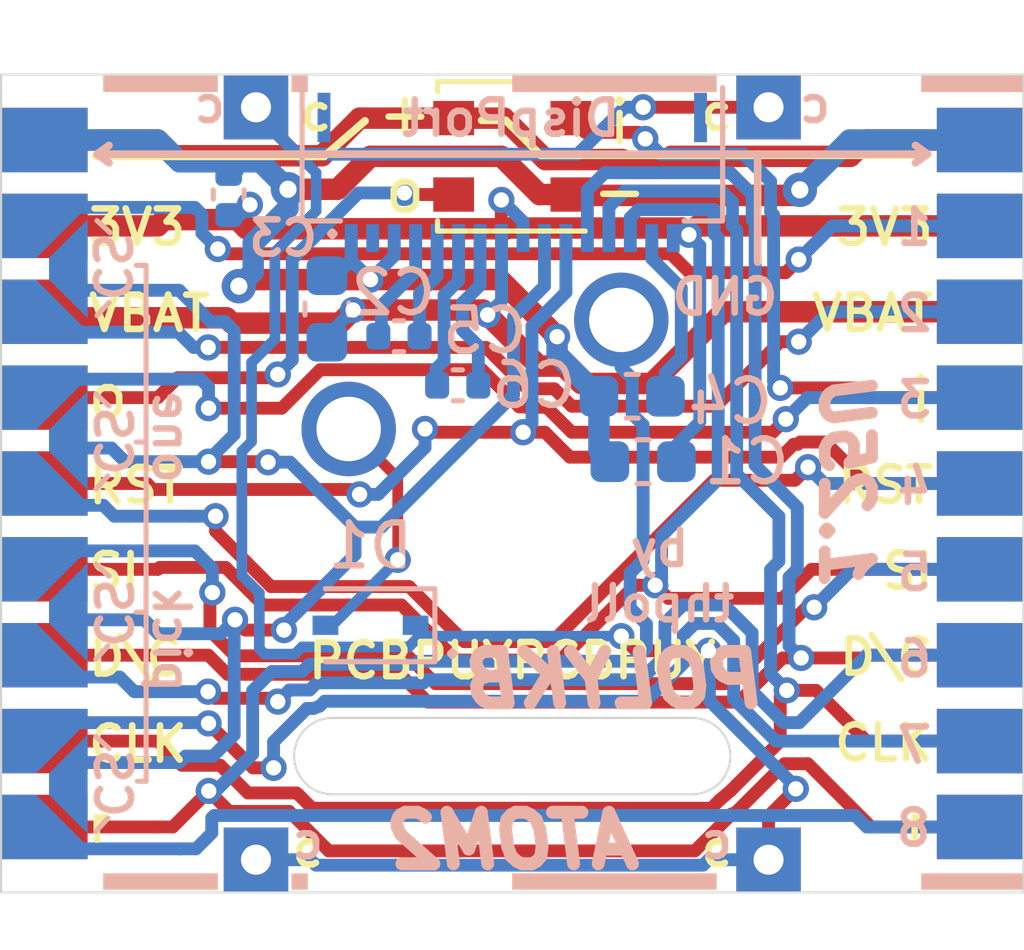
<source format=kicad_pcb>
(kicad_pcb (version 20171130) (host pcbnew "(5.1.9)-1")

  (general
    (thickness 1.6)
    (drawings 96)
    (tracks 529)
    (zones 0)
    (modules 18)
    (nets 28)
  )

  (page A4)
  (layers
    (0 F.Cu signal)
    (31 B.Cu signal)
    (32 B.Adhes user hide)
    (33 F.Adhes user hide)
    (34 B.Paste user hide)
    (35 F.Paste user hide)
    (36 B.SilkS user)
    (37 F.SilkS user)
    (38 B.Mask user hide)
    (39 F.Mask user hide)
    (40 Dwgs.User user hide)
    (41 Cmts.User user)
    (42 Eco1.User user hide)
    (43 Eco2.User user hide)
    (44 Edge.Cuts user)
    (45 Margin user hide)
    (46 B.CrtYd user hide)
    (47 F.CrtYd user hide)
    (48 B.Fab user hide)
    (49 F.Fab user hide)
  )

  (setup
    (last_trace_width 0.25)
    (user_trace_width 0.254)
    (user_trace_width 0.2921)
    (user_trace_width 0.3)
    (user_trace_width 0.4)
    (user_trace_width 0.5)
    (user_trace_width 0.75)
    (user_trace_width 1)
    (trace_clearance 0.13)
    (zone_clearance 0.15)
    (zone_45_only no)
    (trace_min 0.2)
    (via_size 0.8)
    (via_drill 0.4)
    (via_min_size 0.4)
    (via_min_drill 0.3)
    (user_via 0.6096 0.3556)
    (uvia_size 0.3)
    (uvia_drill 0.1)
    (uvias_allowed no)
    (uvia_min_size 0.2)
    (uvia_min_drill 0.1)
    (edge_width 0.05)
    (segment_width 0.2)
    (pcb_text_width 0.3)
    (pcb_text_size 1.5 1.5)
    (mod_edge_width 0.12)
    (mod_text_size 1 1)
    (mod_text_width 0.15)
    (pad_size 1.524 1.524)
    (pad_drill 0.762)
    (pad_to_mask_clearance 0)
    (aux_axis_origin 0 0)
    (visible_elements 7FFFFFFF)
    (pcbplotparams
      (layerselection 0x032ff_ffffffff)
      (usegerberextensions true)
      (usegerberattributes true)
      (usegerberadvancedattributes true)
      (creategerberjobfile false)
      (excludeedgelayer true)
      (linewidth 0.127000)
      (plotframeref false)
      (viasonmask false)
      (mode 1)
      (useauxorigin false)
      (hpglpennumber 1)
      (hpglpenspeed 20)
      (hpglpendiameter 15.000000)
      (psnegative false)
      (psa4output false)
      (plotreference true)
      (plotvalue false)
      (plotinvisibletext false)
      (padsonsilk false)
      (subtractmaskfromsilk true)
      (outputformat 1)
      (mirror false)
      (drillshape 0)
      (scaleselection 1)
      (outputdirectory "Gerber/"))
  )

  (net 0 "")
  (net 1 /Keyboard/sheet605ED2EB/GND)
  (net 2 /Keyboard/sheet605ED2EB/3V3)
  (net 3 /Keyboard/sheet605ED2EB/4V2)
  (net 4 "Net-(C4-Pad1)")
  (net 5 "Net-(C5-Pad2)")
  (net 6 "Net-(C5-Pad1)")
  (net 7 "Net-(C6-Pad2)")
  (net 8 "Net-(C6-Pad1)")
  (net 9 /Keyboard/sheet605ED2EB/CS)
  (net 10 /Keyboard/sheet605ED2EB/RESET)
  (net 11 /Keyboard/sheet605ED2EB/D-C)
  (net 12 /Keyboard/sheet605ED2EB/SCLK)
  (net 13 /Keyboard/sheet605ED2EB/SDIN)
  (net 14 /Keyboard/sheet605ED2EB/LED_DOUT)
  (net 15 /Keyboard/sheet605ED2EB/LED_DIN)
  (net 16 /Keyboard/sheet605ED2EB/5V)
  (net 17 "Net-(D1-Pad2)")
  (net 18 /Keyboard/sheet605ED2EB/KeyRow)
  (net 19 /Keyboard/sheet605ED2EB/KeyCol)
  (net 20 CS8)
  (net 21 CS7)
  (net 22 CS6)
  (net 23 CS5)
  (net 24 CS4)
  (net 25 CS3)
  (net 26 CS2)
  (net 27 CS1)

  (net_class Default "This is the default net class."
    (clearance 0.13)
    (trace_width 0.25)
    (via_dia 0.8)
    (via_drill 0.4)
    (uvia_dia 0.3)
    (uvia_drill 0.1)
    (add_net /Keyboard/sheet605ED2EB/3V3)
    (add_net /Keyboard/sheet605ED2EB/4V2)
    (add_net /Keyboard/sheet605ED2EB/5V)
    (add_net /Keyboard/sheet605ED2EB/CS)
    (add_net /Keyboard/sheet605ED2EB/D-C)
    (add_net /Keyboard/sheet605ED2EB/GND)
    (add_net /Keyboard/sheet605ED2EB/KeyCol)
    (add_net /Keyboard/sheet605ED2EB/KeyRow)
    (add_net /Keyboard/sheet605ED2EB/LED_DIN)
    (add_net /Keyboard/sheet605ED2EB/LED_DOUT)
    (add_net /Keyboard/sheet605ED2EB/RESET)
    (add_net /Keyboard/sheet605ED2EB/SCLK)
    (add_net /Keyboard/sheet605ED2EB/SDIN)
    (add_net CS1)
    (add_net CS2)
    (add_net CS3)
    (add_net CS4)
    (add_net CS5)
    (add_net CS6)
    (add_net CS7)
    (add_net CS8)
    (add_net "Net-(C4-Pad1)")
    (add_net "Net-(C5-Pad1)")
    (add_net "Net-(C5-Pad2)")
    (add_net "Net-(C6-Pad1)")
    (add_net "Net-(C6-Pad2)")
    (add_net "Net-(D1-Pad2)")
  )

  (module Diode_SMD:D_SOD-323 (layer B.Cu) (tedit 58641739) (tstamp 613F4AAC)
    (at 267.208 120.142 180)
    (descr SOD-323)
    (tags SOD-323)
    (path /60775168/605ED310/60DD5B2A)
    (attr smd)
    (fp_text reference D1 (at 0 1.85) (layer B.SilkS)
      (effects (font (size 1 1) (thickness 0.15)) (justify mirror))
    )
    (fp_text value D_Small (at 0.1 -1.9) (layer B.Fab)
      (effects (font (size 1 1) (thickness 0.15)) (justify mirror))
    )
    (fp_line (start -1.5 0.85) (end -1.5 -0.85) (layer B.SilkS) (width 0.12))
    (fp_line (start 0.2 0) (end 0.45 0) (layer B.Fab) (width 0.1))
    (fp_line (start 0.2 -0.35) (end -0.3 0) (layer B.Fab) (width 0.1))
    (fp_line (start 0.2 0.35) (end 0.2 -0.35) (layer B.Fab) (width 0.1))
    (fp_line (start -0.3 0) (end 0.2 0.35) (layer B.Fab) (width 0.1))
    (fp_line (start -0.3 0) (end -0.5 0) (layer B.Fab) (width 0.1))
    (fp_line (start -0.3 0.35) (end -0.3 -0.35) (layer B.Fab) (width 0.1))
    (fp_line (start -0.9 -0.7) (end -0.9 0.7) (layer B.Fab) (width 0.1))
    (fp_line (start 0.9 -0.7) (end -0.9 -0.7) (layer B.Fab) (width 0.1))
    (fp_line (start 0.9 0.7) (end 0.9 -0.7) (layer B.Fab) (width 0.1))
    (fp_line (start -0.9 0.7) (end 0.9 0.7) (layer B.Fab) (width 0.1))
    (fp_line (start -1.6 0.95) (end 1.6 0.95) (layer B.CrtYd) (width 0.05))
    (fp_line (start 1.6 0.95) (end 1.6 -0.95) (layer B.CrtYd) (width 0.05))
    (fp_line (start -1.6 -0.95) (end 1.6 -0.95) (layer B.CrtYd) (width 0.05))
    (fp_line (start -1.6 0.95) (end -1.6 -0.95) (layer B.CrtYd) (width 0.05))
    (fp_line (start -1.5 -0.85) (end 1.05 -0.85) (layer B.SilkS) (width 0.12))
    (fp_line (start -1.5 0.85) (end 1.05 0.85) (layer B.SilkS) (width 0.12))
    (fp_text user %R (at 0 1.85) (layer B.Fab)
      (effects (font (size 1 1) (thickness 0.15)) (justify mirror))
    )
    (pad 2 smd rect (at 1.05 0 180) (size 0.6 0.45) (layers B.Cu B.Paste B.Mask)
      (net 17 "Net-(D1-Pad2)"))
    (pad 1 smd rect (at -1.05 0 180) (size 0.6 0.45) (layers B.Cu B.Paste B.Mask)
      (net 19 /Keyboard/sheet605ED2EB/KeyCol))
    (model ${KISYS3DMOD}/Diode_SMD.3dshapes/D_SOD-323.wrl
      (at (xyz 0 0 0))
      (scale (xyz 1 1 1))
      (rotate (xyz 0 0 0))
    )
  )

  (module poly_kb:FPC_16_JUSHUO_AFC05_S16FIA_00 (layer B.Cu) (tedit 6140915F) (tstamp 613F4AD2)
    (at 270.51 111.125)
    (path /60775168/605ED310/5FC4B7AD)
    (attr smd)
    (fp_text reference J1 (at 0 -1.475) (layer B.SilkS) hide
      (effects (font (size 1 1) (thickness 0.15)) (justify mirror))
    )
    (fp_text value Conn_01x16 (at 0 -2.625) (layer B.Fab)
      (effects (font (size 1 1) (thickness 0.15)) (justify mirror))
    )
    (fp_line (start -4.895 -3.5) (end -4.895 -0.4) (layer B.SilkS) (width 0.12))
    (fp_line (start 4.9 -3.505) (end 4.9 -0.4) (layer B.SilkS) (width 0.12))
    (fp_line (start -4.895 -0.4) (end -4 -0.4) (layer B.SilkS) (width 0.12))
    (fp_line (start 4.895 -0.4) (end 4 -0.4) (layer B.SilkS) (width 0.12))
    (fp_line (start -4.9 -0.45) (end 4.9 -0.45) (layer B.CrtYd) (width 0.05))
    (fp_line (start 4.9 -0.45) (end 4.9 -3.5) (layer B.CrtYd) (width 0.05))
    (fp_line (start -4.9 -3.5) (end 4.9 -3.5) (layer B.CrtYd) (width 0.05))
    (fp_line (start -4.9 -0.45) (end -4.9 -3.5) (layer B.CrtYd) (width 0.05))
    (pad 0 smd rect (at 4.385 -2.81) (size 0.3 1.15) (layers B.Cu B.Paste B.Mask))
    (pad 0 smd rect (at -4.385 -2.81) (size 0.3 1.15) (layers B.Cu B.Paste B.Mask))
    (pad 16 smd rect (at 3.75 0) (size 0.3 0.65) (layers B.Cu B.Paste B.Mask)
      (net 2 /Keyboard/sheet605ED2EB/3V3))
    (pad 15 smd rect (at 3.25 0) (size 0.3 0.65) (layers B.Cu B.Paste B.Mask)
      (net 4 "Net-(C4-Pad1)"))
    (pad 14 smd rect (at 2.75 0) (size 0.3 0.65) (layers B.Cu B.Paste B.Mask)
      (net 13 /Keyboard/sheet605ED2EB/SDIN))
    (pad 13 smd rect (at 2.25 0) (size 0.3 0.65) (layers B.Cu B.Paste B.Mask)
      (net 12 /Keyboard/sheet605ED2EB/SCLK))
    (pad 12 smd rect (at 1.75 0) (size 0.3 0.65) (layers B.Cu B.Paste B.Mask)
      (net 11 /Keyboard/sheet605ED2EB/D-C))
    (pad 11 smd rect (at 1.25 0) (size 0.3 0.65) (layers B.Cu B.Paste B.Mask)
      (net 10 /Keyboard/sheet605ED2EB/RESET))
    (pad 10 smd rect (at 0.75 0) (size 0.3 0.65) (layers B.Cu B.Paste B.Mask)
      (net 9 /Keyboard/sheet605ED2EB/CS))
    (pad 9 smd rect (at 0.25 0) (size 0.3 0.65) (layers B.Cu B.Paste B.Mask)
      (net 2 /Keyboard/sheet605ED2EB/3V3))
    (pad 8 smd rect (at -0.25 0) (size 0.3 0.65) (layers B.Cu B.Paste B.Mask)
      (net 3 /Keyboard/sheet605ED2EB/4V2))
    (pad 7 smd rect (at -0.75 0) (size 0.3 0.65) (layers B.Cu B.Paste B.Mask)
      (net 7 "Net-(C6-Pad2)"))
    (pad 6 smd rect (at -1.25 0) (size 0.3 0.65) (layers B.Cu B.Paste B.Mask)
      (net 8 "Net-(C6-Pad1)"))
    (pad 5 smd rect (at -1.75 0) (size 0.3 0.65) (layers B.Cu B.Paste B.Mask)
      (net 5 "Net-(C5-Pad2)"))
    (pad 4 smd rect (at -2.25 0) (size 0.3 0.65) (layers B.Cu B.Paste B.Mask)
      (net 6 "Net-(C5-Pad1)"))
    (pad 3 smd rect (at -2.75 0) (size 0.3 0.65) (layers B.Cu B.Paste B.Mask)
      (net 1 /Keyboard/sheet605ED2EB/GND))
    (pad 2 smd rect (at -3.25 0) (size 0.3 0.65) (layers B.Cu B.Paste B.Mask))
    (pad 1 smd rect (at -3.75 0) (size 0.3 0.65) (layers B.Cu B.Paste B.Mask)
      (net 1 /Keyboard/sheet605ED2EB/GND))
  )

  (module poly_kb:SW_Cherry_MX_1.00u_PCB_NoSilk (layer F.Cu) (tedit 61409127) (tstamp 613F5E86)
    (at 273.05 113.03)
    (descr "Cherry MX keyswitch, 1.00u, PCB mount, http://cherryamericas.com/wp-content/uploads/2014/12/mx_cat.pdf")
    (tags "Cherry MX keyswitch 1.00u PCB")
    (path /60775168/605ED310/60DD50C7)
    (fp_text reference SW1 (at -2.4765 3.175) (layer F.SilkS) hide
      (effects (font (size 1 1) (thickness 0.15)))
    )
    (fp_text value SW_Push (at -2.54 12.954) (layer F.Fab)
      (effects (font (size 1 1) (thickness 0.15)))
    )
    (fp_line (start -8.89 -1.27) (end 3.81 -1.27) (layer F.Fab) (width 0.1))
    (fp_line (start 3.81 -1.27) (end 3.81 11.43) (layer F.Fab) (width 0.1))
    (fp_line (start 3.81 11.43) (end -8.89 11.43) (layer F.Fab) (width 0.1))
    (fp_line (start -8.89 11.43) (end -8.89 -1.27) (layer F.Fab) (width 0.1))
    (fp_line (start -9.14 11.68) (end -9.14 -1.52) (layer F.CrtYd) (width 0.05))
    (fp_line (start 4.06 11.68) (end -9.14 11.68) (layer F.CrtYd) (width 0.05))
    (fp_line (start 4.06 -1.52) (end 4.06 11.68) (layer F.CrtYd) (width 0.05))
    (fp_line (start -9.14 -1.52) (end 4.06 -1.52) (layer F.CrtYd) (width 0.05))
    (fp_line (start -12.065 -4.445) (end 6.985 -4.445) (layer Dwgs.User) (width 0.15))
    (fp_line (start 6.985 -4.445) (end 6.985 14.605) (layer Dwgs.User) (width 0.15))
    (fp_line (start 6.985 14.605) (end -12.065 14.605) (layer Dwgs.User) (width 0.15))
    (fp_line (start -12.065 14.605) (end -12.065 -4.445) (layer Dwgs.User) (width 0.15))
    (fp_text user %R (at -2.54 -2.794) (layer F.Fab)
      (effects (font (size 1 1) (thickness 0.15)))
    )
    (pad 1 thru_hole circle (at 0 0) (size 2.2 2.2) (drill 1.5) (layers *.Cu *.Mask)
      (net 18 /Keyboard/sheet605ED2EB/KeyRow))
    (pad 2 thru_hole circle (at -6.35 2.54) (size 2.2 2.2) (drill 1.5) (layers *.Cu *.Mask)
      (net 17 "Net-(D1-Pad2)"))
    (pad "" np_thru_hole circle (at -2.54 5.08) (size 4 4) (drill 4) (layers *.Cu *.Mask))
    (pad "" np_thru_hole circle (at -7.62 5.08) (size 1.7 1.7) (drill 1.7) (layers *.Cu *.Mask))
    (pad "" np_thru_hole circle (at 2.54 5.08) (size 1.7 1.7) (drill 1.7) (layers *.Cu *.Mask))
    (model ${KISYS3DMOD}/Button_Switch_Keyboard.3dshapes/SW_Cherry_MX_1.00u_PCB.wrl
      (at (xyz 0 0 0))
      (scale (xyz 1 1 1))
      (rotate (xyz 0 0 0))
    )
    (model ${KISYS3DMOD}/SW_Cherry_MX_PCB.wrl
      (offset (xyz -2.54 -5.08 0))
      (scale (xyz 1 1 1))
      (rotate (xyz 0 0 0))
    )
  )

  (module poly_kb:AtomConnectCS (layer B.Cu) (tedit 61408B88) (tstamp 6140566D)
    (at 259.61975 116.84 270)
    (path /60775168/613F0D03)
    (fp_text reference J5 (at 0 2.4 90) (layer B.SilkS) hide
      (effects (font (size 1 1) (thickness 0.15)) (justify mirror))
    )
    (fp_text value WestBack (at 0 -2.2 90) (layer B.Fab)
      (effects (font (size 1 1) (thickness 0.15)) (justify mirror))
    )
    (pad 10 smd custom (at 6.5 -0.75 270) (size 0.5 0.5) (layers B.Cu B.Paste B.Mask)
      (net 9 /Keyboard/sheet605ED2EB/CS) (zone_connect 0)
      (options (clearance outline) (anchor circle))
      (primitives
        (gr_poly (pts
           (xy 0.75 0.65) (xy 1.65 -0.25) (xy 0.75 -0.25)) (width 0))
        (gr_poly (pts
           (xy 0.25 0.65) (xy -0.65 -0.25) (xy 0.25 -0.25)) (width 0))
        (gr_poly (pts
           (xy 0.75 -0.25) (xy 0.25 -0.25) (xy 0.25 0.65) (xy 0.75 0.65)) (width 0))
      ))
    (pad 10 smd custom (at 2.5 -0.75 270) (size 0.5 0.5) (layers B.Cu B.Paste B.Mask)
      (net 9 /Keyboard/sheet605ED2EB/CS) (zone_connect 0)
      (options (clearance outline) (anchor circle))
      (primitives
        (gr_poly (pts
           (xy 0.75 0.65) (xy 1.65 -0.25) (xy 0.75 -0.25)) (width 0))
        (gr_poly (pts
           (xy 0.25 0.65) (xy -0.65 -0.25) (xy 0.25 -0.25)) (width 0))
        (gr_poly (pts
           (xy 0.75 -0.25) (xy 0.25 -0.25) (xy 0.25 0.65) (xy 0.75 0.65)) (width 0))
      ))
    (pad 10 smd custom (at -1.5 -0.75 270) (size 0.5 0.5) (layers B.Cu B.Paste B.Mask)
      (net 9 /Keyboard/sheet605ED2EB/CS) (zone_connect 0)
      (options (clearance outline) (anchor circle))
      (primitives
        (gr_poly (pts
           (xy 0.75 0.65) (xy 1.65 -0.25) (xy 0.75 -0.25)) (width 0))
        (gr_poly (pts
           (xy 0.25 0.65) (xy -0.65 -0.25) (xy 0.25 -0.25)) (width 0))
        (gr_poly (pts
           (xy 0.75 -0.25) (xy 0.25 -0.25) (xy 0.25 0.65) (xy 0.75 0.65)) (width 0))
      ))
    (pad 10 smd custom (at -5.5 -0.75 270) (size 0.5 0.5) (layers B.Cu B.Paste B.Mask)
      (net 9 /Keyboard/sheet605ED2EB/CS) (zone_connect 0)
      (options (clearance outline) (anchor circle))
      (primitives
        (gr_poly (pts
           (xy 0.75 0.65) (xy 1.65 -0.25) (xy 0.75 -0.25)) (width 0))
        (gr_poly (pts
           (xy 0.25 0.65) (xy -0.65 -0.25) (xy 0.25 -0.25)) (width 0))
        (gr_poly (pts
           (xy 0.75 -0.25) (xy 0.25 -0.25) (xy 0.25 0.65) (xy 0.75 0.65)) (width 0))
      ))
    (pad 9 smd custom (at 8 0.5 90) (size 1 1) (layers B.Cu B.Paste B.Mask)
      (net 20 CS8) (zone_connect 0)
      (options (clearance outline) (anchor rect))
      (primitives
        (gr_poly (pts
           (xy 0.75 0.3) (xy 0.75 -0.5) (xy -0.75 -0.5) (xy -0.75 1.5) (xy -0.45 1.5)
) (width 0))
      ))
    (pad 8 smd custom (at 6 0.5 90) (size 1 1) (layers B.Cu B.Paste B.Mask)
      (net 21 CS7) (zone_connect 0)
      (options (clearance outline) (anchor rect))
      (primitives
        (gr_poly (pts
           (xy -0.75 0.3) (xy -0.75 -0.5) (xy 0.75 -0.5) (xy 0.75 1.5) (xy 0.45 1.5)
) (width 0))
      ))
    (pad 7 smd custom (at 4 0.5 90) (size 1 1) (layers B.Cu B.Paste B.Mask)
      (net 22 CS6) (zone_connect 0)
      (options (clearance outline) (anchor rect))
      (primitives
        (gr_poly (pts
           (xy 0.75 0.3) (xy 0.75 -0.5) (xy -0.75 -0.5) (xy -0.75 1.5) (xy -0.45 1.5)
) (width 0))
      ))
    (pad 6 smd custom (at 2 0.5 90) (size 1 1) (layers B.Cu B.Paste B.Mask)
      (net 23 CS5) (zone_connect 0)
      (options (clearance outline) (anchor rect))
      (primitives
        (gr_poly (pts
           (xy -0.75 0.3) (xy -0.75 -0.5) (xy 0.75 -0.5) (xy 0.75 1.5) (xy 0.45 1.5)
) (width 0))
      ))
    (pad 5 smd custom (at 0 0.5 90) (size 1 1) (layers B.Cu B.Paste B.Mask)
      (net 24 CS4) (zone_connect 0)
      (options (clearance outline) (anchor rect))
      (primitives
        (gr_poly (pts
           (xy 0.75 0.3) (xy 0.75 -0.5) (xy -0.75 -0.5) (xy -0.75 1.5) (xy -0.45 1.5)
) (width 0))
      ))
    (pad 4 smd custom (at -2 0.5 90) (size 1 1) (layers B.Cu B.Paste B.Mask)
      (net 25 CS3) (zone_connect 0)
      (options (clearance outline) (anchor rect))
      (primitives
        (gr_poly (pts
           (xy -0.75 0.3) (xy -0.75 -0.5) (xy 0.75 -0.5) (xy 0.75 1.5) (xy 0.45 1.5)
) (width 0))
      ))
    (pad 3 smd custom (at -4 0.5 90) (size 1 1) (layers B.Cu B.Paste B.Mask)
      (net 26 CS2) (zone_connect 0)
      (options (clearance outline) (anchor rect))
      (primitives
        (gr_poly (pts
           (xy 0.75 0.3) (xy 0.75 -0.5) (xy -0.75 -0.5) (xy -0.75 1.5) (xy -0.45 1.5)
) (width 0))
      ))
    (pad 2 smd custom (at -6 0.5 90) (size 1 1) (layers B.Cu B.Paste B.Mask)
      (net 27 CS1) (zone_connect 0)
      (options (clearance outline) (anchor rect))
      (primitives
        (gr_poly (pts
           (xy -0.75 0.3) (xy -0.75 -0.5) (xy 0.75 -0.5) (xy 0.75 1.5) (xy 0.45 1.5)
) (width 0))
      ))
    (pad 1 smd rect (at -8 0 270) (size 1.5 2) (layers B.Cu B.Paste B.Mask)
      (net 1 /Keyboard/sheet605ED2EB/GND) (zone_connect 0))
  )

  (module poly_kb:AtomConnect2 (layer B.Cu) (tedit 61407A48) (tstamp 613F4B1E)
    (at 281.40025 116.84 270)
    (path /60775168/613EFBA3)
    (fp_text reference J6 (at 0 -2.159 90) (layer B.SilkS) hide
      (effects (font (size 1 1) (thickness 0.15)) (justify mirror))
    )
    (fp_text value EastBack (at 0 -2.2 90) (layer B.Fab)
      (effects (font (size 1 1) (thickness 0.15)) (justify mirror))
    )
    (pad 9 smd rect (at 8 0 270) (size 1.5 2) (layers B.Cu B.Paste B.Mask)
      (net 20 CS8))
    (pad 8 smd rect (at 6 0 270) (size 1.5 2) (layers B.Cu B.Paste B.Mask)
      (net 21 CS7))
    (pad 7 smd rect (at 4 0 270) (size 1.5 2) (layers B.Cu B.Paste B.Mask)
      (net 22 CS6))
    (pad 1 smd rect (at -8 0 270) (size 1.5 2) (layers B.Cu B.Paste B.Mask)
      (net 1 /Keyboard/sheet605ED2EB/GND))
    (pad 6 smd rect (at 2 0 270) (size 1.5 2) (layers B.Cu B.Paste B.Mask)
      (net 23 CS5))
    (pad 2 smd rect (at -6 0 270) (size 1.5 2) (layers B.Cu B.Paste B.Mask)
      (net 27 CS1))
    (pad 3 smd rect (at -4 0 270) (size 1.5 2) (layers B.Cu B.Paste B.Mask)
      (net 26 CS2))
    (pad 4 smd rect (at -2 0 270) (size 1.5 2) (layers B.Cu B.Paste B.Mask)
      (net 25 CS3))
    (pad 5 smd rect (at 0 0 270) (size 1.5 2) (layers B.Cu B.Paste B.Mask)
      (net 24 CS4))
  )

  (module poly_kb:AtomConnect2 (layer F.Cu) (tedit 61407A48) (tstamp 613F4AF8)
    (at 281.40025 116.84 270)
    (path /60775168/60DD874F)
    (fp_text reference J4 (at 0 -2.4 90) (layer F.SilkS) hide
      (effects (font (size 1 1) (thickness 0.15)))
    )
    (fp_text value EastFront (at 0 2.2 90) (layer F.Fab)
      (effects (font (size 1 1) (thickness 0.15)))
    )
    (pad 9 smd rect (at 8 0 270) (size 1.5 2) (layers F.Cu F.Paste F.Mask)
      (net 18 /Keyboard/sheet605ED2EB/KeyRow))
    (pad 8 smd rect (at 6 0 270) (size 1.5 2) (layers F.Cu F.Paste F.Mask)
      (net 12 /Keyboard/sheet605ED2EB/SCLK))
    (pad 7 smd rect (at 4 0 270) (size 1.5 2) (layers F.Cu F.Paste F.Mask)
      (net 11 /Keyboard/sheet605ED2EB/D-C))
    (pad 1 smd rect (at -8 0 270) (size 1.5 2) (layers F.Cu F.Paste F.Mask)
      (net 16 /Keyboard/sheet605ED2EB/5V))
    (pad 6 smd rect (at 2 0 270) (size 1.5 2) (layers F.Cu F.Paste F.Mask)
      (net 13 /Keyboard/sheet605ED2EB/SDIN))
    (pad 2 smd rect (at -6 0 270) (size 1.5 2) (layers F.Cu F.Paste F.Mask)
      (net 2 /Keyboard/sheet605ED2EB/3V3))
    (pad 3 smd rect (at -4 0 270) (size 1.5 2) (layers F.Cu F.Paste F.Mask)
      (net 3 /Keyboard/sheet605ED2EB/4V2))
    (pad 4 smd rect (at -2 0 270) (size 1.5 2) (layers F.Cu F.Paste F.Mask)
      (net 15 /Keyboard/sheet605ED2EB/LED_DIN))
    (pad 5 smd rect (at 0 0 270) (size 1.5 2) (layers F.Cu F.Paste F.Mask)
      (net 10 /Keyboard/sheet605ED2EB/RESET))
  )

  (module poly_kb:AtomConnect2 (layer F.Cu) (tedit 61407A48) (tstamp 613F4AE5)
    (at 259.61975 116.84 270)
    (path /60775168/6132B688)
    (fp_text reference J3 (at 0 -2.4 90) (layer F.SilkS) hide
      (effects (font (size 1 1) (thickness 0.15)))
    )
    (fp_text value WestFront (at 0 2.2 90) (layer F.Fab)
      (effects (font (size 1 1) (thickness 0.15)))
    )
    (pad 9 smd rect (at 8 0 270) (size 1.5 2) (layers F.Cu F.Paste F.Mask)
      (net 18 /Keyboard/sheet605ED2EB/KeyRow))
    (pad 8 smd rect (at 6 0 270) (size 1.5 2) (layers F.Cu F.Paste F.Mask)
      (net 12 /Keyboard/sheet605ED2EB/SCLK))
    (pad 7 smd rect (at 4 0 270) (size 1.5 2) (layers F.Cu F.Paste F.Mask)
      (net 11 /Keyboard/sheet605ED2EB/D-C))
    (pad 1 smd rect (at -8 0 270) (size 1.5 2) (layers F.Cu F.Paste F.Mask)
      (net 16 /Keyboard/sheet605ED2EB/5V))
    (pad 6 smd rect (at 2 0 270) (size 1.5 2) (layers F.Cu F.Paste F.Mask)
      (net 13 /Keyboard/sheet605ED2EB/SDIN))
    (pad 2 smd rect (at -6 0 270) (size 1.5 2) (layers F.Cu F.Paste F.Mask)
      (net 2 /Keyboard/sheet605ED2EB/3V3))
    (pad 3 smd rect (at -4 0 270) (size 1.5 2) (layers F.Cu F.Paste F.Mask)
      (net 3 /Keyboard/sheet605ED2EB/4V2))
    (pad 4 smd rect (at -2 0 270) (size 1.5 2) (layers F.Cu F.Paste F.Mask)
      (net 14 /Keyboard/sheet605ED2EB/LED_DOUT))
    (pad 5 smd rect (at 0 0 270) (size 1.5 2) (layers F.Cu F.Paste F.Mask)
      (net 10 /Keyboard/sheet605ED2EB/RESET))
  )

  (module poly_kb:TestPoin_1.5x1.5mm_Drill0.7mm (layer F.Cu) (tedit 61406E0F) (tstamp 61407B7F)
    (at 276.479 125.603)
    (descr "THT rectangular pad as test Point, square 1.5mm side length, hole diameter 0.7mm")
    (tags "test point THT pad rectangle square")
    (path /60775168/61444659)
    (attr virtual)
    (fp_text reference J9 (at -1.397 0.127) (layer F.SilkS) hide
      (effects (font (size 0.8 0.8) (thickness 0.153)))
    )
    (fp_text value South2 (at 0 1.75) (layer F.Fab)
      (effects (font (size 1 1) (thickness 0.15)))
    )
    (fp_text user %R (at 0 -1.65) (layer F.Fab)
      (effects (font (size 1 1) (thickness 0.15)))
    )
    (pad 1 thru_hole rect (at 0 0) (size 1.5 1.5) (drill 0.7) (layers *.Cu *.Mask)
      (net 19 /Keyboard/sheet605ED2EB/KeyCol))
  )

  (module poly_kb:TestPoin_1.5x1.5mm_Drill0.7mm (layer F.Cu) (tedit 61406E0F) (tstamp 61407B71)
    (at 264.541 108.077)
    (descr "THT rectangular pad as test Point, square 1.5mm side length, hole diameter 0.7mm")
    (tags "test point THT pad rectangle square")
    (path /60775168/61441F3E)
    (attr virtual)
    (fp_text reference J8 (at -1.143 0) (layer F.SilkS) hide
      (effects (font (size 0.8 0.8) (thickness 0.153)))
    )
    (fp_text value North2 (at 0 1.75) (layer F.Fab)
      (effects (font (size 1 1) (thickness 0.15)))
    )
    (fp_text user %R (at 0 -1.65) (layer F.Fab) hide
      (effects (font (size 1 1) (thickness 0.15)))
    )
    (pad 1 thru_hole rect (at 0 0) (size 1.5 1.5) (drill 0.7) (layers *.Cu *.Mask)
      (net 19 /Keyboard/sheet605ED2EB/KeyCol))
  )

  (module poly_kb:TestPoin_1.5x1.5mm_Drill0.7mm (layer F.Cu) (tedit 61406E0F) (tstamp 6140A051)
    (at 264.541 125.603)
    (descr "THT rectangular pad as test Point, square 1.5mm side length, hole diameter 0.7mm")
    (tags "test point THT pad rectangle square")
    (path /60775168/61410C7E)
    (attr virtual)
    (fp_text reference J7 (at 1.397 0.127) (layer F.SilkS) hide
      (effects (font (size 0.8 0.8) (thickness 0.153)))
    )
    (fp_text value South (at 0 1.75) (layer F.Fab)
      (effects (font (size 1 1) (thickness 0.15)))
    )
    (fp_text user %R (at 0 -1.65) (layer F.Fab)
      (effects (font (size 1 1) (thickness 0.15)))
    )
    (pad 1 thru_hole rect (at 0 0) (size 1.5 1.5) (drill 0.7) (layers *.Cu *.Mask)
      (net 19 /Keyboard/sheet605ED2EB/KeyCol))
  )

  (module poly_kb:TestPoin_1.5x1.5mm_Drill0.7mm (layer F.Cu) (tedit 61406E0F) (tstamp 61407AC5)
    (at 276.479 108.077)
    (descr "THT rectangular pad as test Point, square 1.5mm side length, hole diameter 0.7mm")
    (tags "test point THT pad rectangle square")
    (path /60775168/61409CF2)
    (attr virtual)
    (fp_text reference J2 (at 1.143 -0.127) (layer F.SilkS) hide
      (effects (font (size 0.8 0.8) (thickness 0.153)))
    )
    (fp_text value North (at 0 1.75) (layer F.Fab)
      (effects (font (size 1 1) (thickness 0.15)))
    )
    (fp_text user %R (at 0 -1.65) (layer F.Fab)
      (effects (font (size 1 1) (thickness 0.15)))
    )
    (pad 1 thru_hole rect (at 0 0) (size 1.5 1.5) (drill 0.7) (layers *.Cu *.Mask)
      (net 19 /Keyboard/sheet605ED2EB/KeyCol))
  )

  (module Capacitor_SMD:C_0603_1608Metric (layer B.Cu) (tedit 5F68FEEE) (tstamp 613F4A72)
    (at 273.304 114.808 180)
    (descr "Capacitor SMD 0603 (1608 Metric), square (rectangular) end terminal, IPC_7351 nominal, (Body size source: IPC-SM-782 page 76, https://www.pcb-3d.com/wordpress/wp-content/uploads/ipc-sm-782a_amendment_1_and_2.pdf), generated with kicad-footprint-generator")
    (tags capacitor)
    (path /60775168/605ED310/607EA96B)
    (attr smd)
    (fp_text reference C4 (at -2.286 -0.127) (layer B.SilkS)
      (effects (font (size 1 1) (thickness 0.15)) (justify mirror))
    )
    (fp_text value 4.7uF (at 0 -1.43) (layer B.Fab)
      (effects (font (size 1 1) (thickness 0.15)) (justify mirror))
    )
    (fp_line (start -0.8 -0.4) (end -0.8 0.4) (layer B.Fab) (width 0.1))
    (fp_line (start -0.8 0.4) (end 0.8 0.4) (layer B.Fab) (width 0.1))
    (fp_line (start 0.8 0.4) (end 0.8 -0.4) (layer B.Fab) (width 0.1))
    (fp_line (start 0.8 -0.4) (end -0.8 -0.4) (layer B.Fab) (width 0.1))
    (fp_line (start -0.14058 0.51) (end 0.14058 0.51) (layer B.SilkS) (width 0.12))
    (fp_line (start -0.14058 -0.51) (end 0.14058 -0.51) (layer B.SilkS) (width 0.12))
    (fp_line (start -1.48 -0.73) (end -1.48 0.73) (layer B.CrtYd) (width 0.05))
    (fp_line (start -1.48 0.73) (end 1.48 0.73) (layer B.CrtYd) (width 0.05))
    (fp_line (start 1.48 0.73) (end 1.48 -0.73) (layer B.CrtYd) (width 0.05))
    (fp_line (start 1.48 -0.73) (end -1.48 -0.73) (layer B.CrtYd) (width 0.05))
    (fp_text user %R (at 0 0) (layer B.Fab)
      (effects (font (size 0.4 0.4) (thickness 0.06)) (justify mirror))
    )
    (pad 2 smd roundrect (at 0.775 0 180) (size 0.9 0.95) (layers B.Cu B.Paste B.Mask) (roundrect_rratio 0.25)
      (net 1 /Keyboard/sheet605ED2EB/GND))
    (pad 1 smd roundrect (at -0.775 0 180) (size 0.9 0.95) (layers B.Cu B.Paste B.Mask) (roundrect_rratio 0.25)
      (net 4 "Net-(C4-Pad1)"))
    (model ${KISYS3DMOD}/Capacitor_SMD.3dshapes/C_0603_1608Metric.wrl
      (at (xyz 0 0 0))
      (scale (xyz 1 1 1))
      (rotate (xyz 0 0 0))
    )
  )

  (module poly_kb:WS2812B-Mini (layer F.Cu) (tedit 5FC48428) (tstamp 613F4B34)
    (at 270.51 109.22)
    (path /60775168/605ED310/607EA967)
    (attr smd)
    (fp_text reference LED1 (at 0 0 180) (layer F.SilkS) hide
      (effects (font (size 0.6 0.6) (thickness 0.15)))
    )
    (fp_text value WS2812B-Mini (at 0 0 180) (layer F.Fab)
      (effects (font (size 0.6 0.6) (thickness 0.15)))
    )
    (fp_line (start -1.74 1.74) (end 1.74 1.74) (layer F.CrtYd) (width 0.05))
    (fp_line (start 1.74 -1.74) (end -1.74 -1.74) (layer F.CrtYd) (width 0.05))
    (fp_line (start 0.94 1.74) (end 1.7 1.74) (layer F.SilkS) (width 0.12))
    (fp_line (start 1.74 -1.74) (end 1.74 -1.5) (layer F.SilkS) (width 0.12))
    (fp_line (start -1.74 -1.74) (end -1.74 -1.5) (layer F.SilkS) (width 0.12))
    (fp_line (start -1.74 1.74) (end -1.74 1.5) (layer F.SilkS) (width 0.12))
    (fp_line (start 1.74 1.74) (end 1.74 -1.74) (layer F.CrtYd) (width 0.05))
    (fp_line (start -1.74 1.74) (end -1.74 -1.74) (layer F.CrtYd) (width 0.05))
    (fp_line (start -1.74 -1.74) (end 1.74 -1.74) (layer F.SilkS) (width 0.12))
    (fp_line (start 0.94 1.74) (end -1.74 1.74) (layer F.SilkS) (width 0.12))
    (fp_text user i (at 2.5 -0.8) (layer F.SilkS)
      (effects (font (size 1 1) (thickness 0.15)))
    )
    (fp_text user o (at -2.5 0.8) (layer F.SilkS)
      (effects (font (size 1 1) (thickness 0.15)))
    )
    (fp_text user - (at 2.5 0.8) (layer F.SilkS)
      (effects (font (size 1 1) (thickness 0.15)))
    )
    (fp_text user + (at -2.5 -1) (layer F.SilkS)
      (effects (font (size 1 1) (thickness 0.15)))
    )
    (pad 4 smd rect (at 1.365 -0.89 90) (size 0.8 0.95) (layers F.Cu F.Paste F.Mask)
      (net 15 /Keyboard/sheet605ED2EB/LED_DIN))
    (pad 1 smd rect (at -1.365 -0.89 90) (size 0.8 0.95) (layers F.Cu F.Paste F.Mask)
      (net 16 /Keyboard/sheet605ED2EB/5V))
    (pad 3 smd rect (at 1.365 0.89 90) (size 0.8 0.95) (layers F.Cu F.Paste F.Mask)
      (net 1 /Keyboard/sheet605ED2EB/GND))
    (pad 2 smd rect (at -1.365 0.89 90) (size 0.8 0.95) (layers F.Cu F.Paste F.Mask)
      (net 14 /Keyboard/sheet605ED2EB/LED_DOUT))
  )

  (module Capacitor_SMD:C_0402_1005Metric (layer B.Cu) (tedit 5F68FEEE) (tstamp 613F4A94)
    (at 269.24 114.554)
    (descr "Capacitor SMD 0402 (1005 Metric), square (rectangular) end terminal, IPC_7351 nominal, (Body size source: IPC-SM-782 page 76, https://www.pcb-3d.com/wordpress/wp-content/uploads/ipc-sm-782a_amendment_1_and_2.pdf), generated with kicad-footprint-generator")
    (tags capacitor)
    (path /60775168/605ED310/60788FD5)
    (attr smd)
    (fp_text reference C6 (at 1.778 0) (layer B.SilkS)
      (effects (font (size 1 1) (thickness 0.15)) (justify mirror))
    )
    (fp_text value 1uF (at 0 -1.16) (layer B.Fab)
      (effects (font (size 1 1) (thickness 0.15)) (justify mirror))
    )
    (fp_line (start 0.91 -0.46) (end -0.91 -0.46) (layer B.CrtYd) (width 0.05))
    (fp_line (start 0.91 0.46) (end 0.91 -0.46) (layer B.CrtYd) (width 0.05))
    (fp_line (start -0.91 0.46) (end 0.91 0.46) (layer B.CrtYd) (width 0.05))
    (fp_line (start -0.91 -0.46) (end -0.91 0.46) (layer B.CrtYd) (width 0.05))
    (fp_line (start -0.107836 -0.36) (end 0.107836 -0.36) (layer B.SilkS) (width 0.12))
    (fp_line (start -0.107836 0.36) (end 0.107836 0.36) (layer B.SilkS) (width 0.12))
    (fp_line (start 0.5 -0.25) (end -0.5 -0.25) (layer B.Fab) (width 0.1))
    (fp_line (start 0.5 0.25) (end 0.5 -0.25) (layer B.Fab) (width 0.1))
    (fp_line (start -0.5 0.25) (end 0.5 0.25) (layer B.Fab) (width 0.1))
    (fp_line (start -0.5 -0.25) (end -0.5 0.25) (layer B.Fab) (width 0.1))
    (fp_text user %R (at 0 0) (layer B.Fab)
      (effects (font (size 0.25 0.25) (thickness 0.04)) (justify mirror))
    )
    (pad 2 smd roundrect (at 0.48 0) (size 0.56 0.62) (layers B.Cu B.Paste B.Mask) (roundrect_rratio 0.25)
      (net 7 "Net-(C6-Pad2)"))
    (pad 1 smd roundrect (at -0.48 0) (size 0.56 0.62) (layers B.Cu B.Paste B.Mask) (roundrect_rratio 0.25)
      (net 8 "Net-(C6-Pad1)"))
    (model ${KISYS3DMOD}/Capacitor_SMD.3dshapes/C_0402_1005Metric.wrl
      (at (xyz 0 0 0))
      (scale (xyz 1 1 1))
      (rotate (xyz 0 0 0))
    )
  )

  (module Capacitor_SMD:C_0402_1005Metric (layer B.Cu) (tedit 5F68FEEE) (tstamp 613F4A83)
    (at 267.871 113.411)
    (descr "Capacitor SMD 0402 (1005 Metric), square (rectangular) end terminal, IPC_7351 nominal, (Body size source: IPC-SM-782 page 76, https://www.pcb-3d.com/wordpress/wp-content/uploads/ipc-sm-782a_amendment_1_and_2.pdf), generated with kicad-footprint-generator")
    (tags capacitor)
    (path /60775168/605ED310/607EA972)
    (attr smd)
    (fp_text reference C5 (at 2.004 -0.127) (layer B.SilkS)
      (effects (font (size 1 1) (thickness 0.15)) (justify mirror))
    )
    (fp_text value 1uF (at 0 -1.16) (layer B.Fab)
      (effects (font (size 1 1) (thickness 0.15)) (justify mirror))
    )
    (fp_line (start 0.91 -0.46) (end -0.91 -0.46) (layer B.CrtYd) (width 0.05))
    (fp_line (start 0.91 0.46) (end 0.91 -0.46) (layer B.CrtYd) (width 0.05))
    (fp_line (start -0.91 0.46) (end 0.91 0.46) (layer B.CrtYd) (width 0.05))
    (fp_line (start -0.91 -0.46) (end -0.91 0.46) (layer B.CrtYd) (width 0.05))
    (fp_line (start -0.107836 -0.36) (end 0.107836 -0.36) (layer B.SilkS) (width 0.12))
    (fp_line (start -0.107836 0.36) (end 0.107836 0.36) (layer B.SilkS) (width 0.12))
    (fp_line (start 0.5 -0.25) (end -0.5 -0.25) (layer B.Fab) (width 0.1))
    (fp_line (start 0.5 0.25) (end 0.5 -0.25) (layer B.Fab) (width 0.1))
    (fp_line (start -0.5 0.25) (end 0.5 0.25) (layer B.Fab) (width 0.1))
    (fp_line (start -0.5 -0.25) (end -0.5 0.25) (layer B.Fab) (width 0.1))
    (fp_text user %R (at 0 0) (layer B.Fab)
      (effects (font (size 0.25 0.25) (thickness 0.04)) (justify mirror))
    )
    (pad 2 smd roundrect (at 0.48 0) (size 0.56 0.62) (layers B.Cu B.Paste B.Mask) (roundrect_rratio 0.25)
      (net 5 "Net-(C5-Pad2)"))
    (pad 1 smd roundrect (at -0.48 0) (size 0.56 0.62) (layers B.Cu B.Paste B.Mask) (roundrect_rratio 0.25)
      (net 6 "Net-(C5-Pad1)"))
    (model ${KISYS3DMOD}/Capacitor_SMD.3dshapes/C_0402_1005Metric.wrl
      (at (xyz 0 0 0))
      (scale (xyz 1 1 1))
      (rotate (xyz 0 0 0))
    )
  )

  (module Capacitor_SMD:C_0402_1005Metric (layer B.Cu) (tedit 5F68FEEE) (tstamp 613F4A61)
    (at 263.906 110.109 90)
    (descr "Capacitor SMD 0402 (1005 Metric), square (rectangular) end terminal, IPC_7351 nominal, (Body size source: IPC-SM-782 page 76, https://www.pcb-3d.com/wordpress/wp-content/uploads/ipc-sm-782a_amendment_1_and_2.pdf), generated with kicad-footprint-generator")
    (tags capacitor)
    (path /60775168/605ED310/60DCE49F)
    (attr smd)
    (fp_text reference C3 (at -1.016 1.27 180) (layer B.SilkS)
      (effects (font (size 0.8 0.8) (thickness 0.153)) (justify mirror))
    )
    (fp_text value 1uF (at 0 -1.16 90) (layer B.Fab)
      (effects (font (size 1 1) (thickness 0.15)) (justify mirror))
    )
    (fp_line (start 0.91 -0.46) (end -0.91 -0.46) (layer B.CrtYd) (width 0.05))
    (fp_line (start 0.91 0.46) (end 0.91 -0.46) (layer B.CrtYd) (width 0.05))
    (fp_line (start -0.91 0.46) (end 0.91 0.46) (layer B.CrtYd) (width 0.05))
    (fp_line (start -0.91 -0.46) (end -0.91 0.46) (layer B.CrtYd) (width 0.05))
    (fp_line (start -0.107836 -0.36) (end 0.107836 -0.36) (layer B.SilkS) (width 0.12))
    (fp_line (start -0.107836 0.36) (end 0.107836 0.36) (layer B.SilkS) (width 0.12))
    (fp_line (start 0.5 -0.25) (end -0.5 -0.25) (layer B.Fab) (width 0.1))
    (fp_line (start 0.5 0.25) (end 0.5 -0.25) (layer B.Fab) (width 0.1))
    (fp_line (start -0.5 0.25) (end 0.5 0.25) (layer B.Fab) (width 0.1))
    (fp_line (start -0.5 -0.25) (end -0.5 0.25) (layer B.Fab) (width 0.1))
    (fp_text user %R (at 0 0 90) (layer B.Fab)
      (effects (font (size 0.25 0.25) (thickness 0.04)) (justify mirror))
    )
    (pad 2 smd roundrect (at 0.48 0 90) (size 0.56 0.62) (layers B.Cu B.Paste B.Mask) (roundrect_rratio 0.25)
      (net 1 /Keyboard/sheet605ED2EB/GND))
    (pad 1 smd roundrect (at -0.48 0 90) (size 0.56 0.62) (layers B.Cu B.Paste B.Mask) (roundrect_rratio 0.25)
      (net 2 /Keyboard/sheet605ED2EB/3V3))
    (model ${KISYS3DMOD}/Capacitor_SMD.3dshapes/C_0402_1005Metric.wrl
      (at (xyz 0 0 0))
      (scale (xyz 1 1 1))
      (rotate (xyz 0 0 0))
    )
  )

  (module Capacitor_SMD:C_0603_1608Metric (layer B.Cu) (tedit 5F68FEEE) (tstamp 613F4A50)
    (at 266.192 112.776 90)
    (descr "Capacitor SMD 0603 (1608 Metric), square (rectangular) end terminal, IPC_7351 nominal, (Body size source: IPC-SM-782 page 76, https://www.pcb-3d.com/wordpress/wp-content/uploads/ipc-sm-782a_amendment_1_and_2.pdf), generated with kicad-footprint-generator")
    (tags capacitor)
    (path /60775168/605ED310/607EA977)
    (attr smd)
    (fp_text reference C2 (at 0.381 1.5494 180) (layer B.SilkS)
      (effects (font (size 1 1) (thickness 0.15)) (justify mirror))
    )
    (fp_text value 2.2uF (at 0 -1.43 90) (layer B.Fab)
      (effects (font (size 1 1) (thickness 0.15)) (justify mirror))
    )
    (fp_line (start 1.48 -0.73) (end -1.48 -0.73) (layer B.CrtYd) (width 0.05))
    (fp_line (start 1.48 0.73) (end 1.48 -0.73) (layer B.CrtYd) (width 0.05))
    (fp_line (start -1.48 0.73) (end 1.48 0.73) (layer B.CrtYd) (width 0.05))
    (fp_line (start -1.48 -0.73) (end -1.48 0.73) (layer B.CrtYd) (width 0.05))
    (fp_line (start -0.14058 -0.51) (end 0.14058 -0.51) (layer B.SilkS) (width 0.12))
    (fp_line (start -0.14058 0.51) (end 0.14058 0.51) (layer B.SilkS) (width 0.12))
    (fp_line (start 0.8 -0.4) (end -0.8 -0.4) (layer B.Fab) (width 0.1))
    (fp_line (start 0.8 0.4) (end 0.8 -0.4) (layer B.Fab) (width 0.1))
    (fp_line (start -0.8 0.4) (end 0.8 0.4) (layer B.Fab) (width 0.1))
    (fp_line (start -0.8 -0.4) (end -0.8 0.4) (layer B.Fab) (width 0.1))
    (fp_text user %R (at 0 0 90) (layer B.Fab)
      (effects (font (size 0.4 0.4) (thickness 0.06)) (justify mirror))
    )
    (pad 2 smd roundrect (at 0.775 0 90) (size 0.9 0.95) (layers B.Cu B.Paste B.Mask) (roundrect_rratio 0.25)
      (net 1 /Keyboard/sheet605ED2EB/GND))
    (pad 1 smd roundrect (at -0.775 0 90) (size 0.9 0.95) (layers B.Cu B.Paste B.Mask) (roundrect_rratio 0.25)
      (net 3 /Keyboard/sheet605ED2EB/4V2))
    (model ${KISYS3DMOD}/Capacitor_SMD.3dshapes/C_0603_1608Metric.wrl
      (at (xyz 0 0 0))
      (scale (xyz 1 1 1))
      (rotate (xyz 0 0 0))
    )
  )

  (module Capacitor_SMD:C_0603_1608Metric (layer B.Cu) (tedit 5F68FEEE) (tstamp 613F4A3F)
    (at 273.558 116.332 180)
    (descr "Capacitor SMD 0603 (1608 Metric), square (rectangular) end terminal, IPC_7351 nominal, (Body size source: IPC-SM-782 page 76, https://www.pcb-3d.com/wordpress/wp-content/uploads/ipc-sm-782a_amendment_1_and_2.pdf), generated with kicad-footprint-generator")
    (tags capacitor)
    (path /60775168/605ED310/607EA96F)
    (attr smd)
    (fp_text reference C1 (at -2.413 0) (layer B.SilkS)
      (effects (font (size 1 1) (thickness 0.15)) (justify mirror))
    )
    (fp_text value 2.2uF (at 0 -1.43) (layer B.Fab)
      (effects (font (size 1 1) (thickness 0.15)) (justify mirror))
    )
    (fp_line (start 1.48 -0.73) (end -1.48 -0.73) (layer B.CrtYd) (width 0.05))
    (fp_line (start 1.48 0.73) (end 1.48 -0.73) (layer B.CrtYd) (width 0.05))
    (fp_line (start -1.48 0.73) (end 1.48 0.73) (layer B.CrtYd) (width 0.05))
    (fp_line (start -1.48 -0.73) (end -1.48 0.73) (layer B.CrtYd) (width 0.05))
    (fp_line (start -0.14058 -0.51) (end 0.14058 -0.51) (layer B.SilkS) (width 0.12))
    (fp_line (start -0.14058 0.51) (end 0.14058 0.51) (layer B.SilkS) (width 0.12))
    (fp_line (start 0.8 -0.4) (end -0.8 -0.4) (layer B.Fab) (width 0.1))
    (fp_line (start 0.8 0.4) (end 0.8 -0.4) (layer B.Fab) (width 0.1))
    (fp_line (start -0.8 0.4) (end 0.8 0.4) (layer B.Fab) (width 0.1))
    (fp_line (start -0.8 -0.4) (end -0.8 0.4) (layer B.Fab) (width 0.1))
    (fp_text user %R (at 0 0) (layer B.Fab)
      (effects (font (size 0.4 0.4) (thickness 0.06)) (justify mirror))
    )
    (pad 2 smd roundrect (at 0.775 0 180) (size 0.9 0.95) (layers B.Cu B.Paste B.Mask) (roundrect_rratio 0.25)
      (net 1 /Keyboard/sheet605ED2EB/GND))
    (pad 1 smd roundrect (at -0.775 0 180) (size 0.9 0.95) (layers B.Cu B.Paste B.Mask) (roundrect_rratio 0.25)
      (net 2 /Keyboard/sheet605ED2EB/3V3))
    (model ${KISYS3DMOD}/Capacitor_SMD.3dshapes/C_0603_1608Metric.wrl
      (at (xyz 0 0 0))
      (scale (xyz 1 1 1))
      (rotate (xyz 0 0 0))
    )
  )

  (gr_text 1.25U (at 278.2824 116.84 -90) (layer B.SilkS) (tstamp 61485398)
    (effects (font (size 1.1 1.1) (thickness 0.275) italic) (justify mirror))
  )
  (gr_poly (pts (xy 282.3972 126.3015) (xy 280.035 126.3015) (xy 280.035 125.9205) (xy 282.3972 125.9205)) (layer B.SilkS) (width 0) (tstamp 6148524C))
  (gr_poly (pts (xy 282.3972 107.723) (xy 280.035 107.723) (xy 280.035 107.342) (xy 282.3972 107.3404)) (layer B.SilkS) (width 0) (tstamp 61485242))
  (gr_poly (pts (xy 282.3972 126.3015) (xy 280.035 126.3015) (xy 280.035 125.9205) (xy 282.3972 125.9205)) (layer F.SilkS) (width 0) (tstamp 614851EA))
  (gr_poly (pts (xy 282.3972 107.723) (xy 280.035 107.723) (xy 280.035 107.342) (xy 282.3972 107.342)) (layer F.SilkS) (width 0) (tstamp 614851E7))
  (gr_text PCBPUYPCBPUY (at 270.51 120.9675) (layer F.SilkS)
    (effects (font (size 0.8 0.8) (thickness 0.15)))
  )
  (gr_text "CUT OUT" (at 270.51 123.2535) (layer Cmts.User)
    (effects (font (size 1 1) (thickness 0.15)))
  )
  (gr_text c (at 263.4615 108.0135) (layer B.SilkS) (tstamp 6142D7F8)
    (effects (font (size 0.8 0.8) (thickness 0.153)) (justify mirror))
  )
  (gr_text c (at 277.5585 108.0135) (layer B.SilkS) (tstamp 6142D7F8)
    (effects (font (size 0.8 0.8) (thickness 0.153)) (justify mirror))
  )
  (gr_text c (at 275.2725 125.349) (layer F.SilkS) (tstamp 6142D7BC)
    (effects (font (size 0.8 0.8) (thickness 0.153)))
  )
  (gr_poly (pts (xy 263.652 126.3015) (xy 260.985 126.3015) (xy 260.985 125.9205) (xy 263.652 125.9205)) (layer B.SilkS) (width 0) (tstamp 6142D704))
  (gr_poly (pts (xy 265.7475 126.3015) (xy 265.3665 126.3015) (xy 265.3665 125.9205) (xy 265.7475 125.9205)) (layer B.SilkS) (width 0) (tstamp 6142D703))
  (gr_poly (pts (xy 265.7475 107.723) (xy 265.3665 107.723) (xy 265.3665 107.342) (xy 265.7475 107.342)) (layer B.SilkS) (width 0) (tstamp 6142D393))
  (gr_poly (pts (xy 263.652 107.723) (xy 260.985 107.723) (xy 260.985 107.342) (xy 263.652 107.342)) (layer B.SilkS) (width 0) (tstamp 6142D392))
  (gr_poly (pts (xy 265.7475 107.723) (xy 265.3665 107.723) (xy 265.3665 107.342) (xy 265.7475 107.342)) (layer F.SilkS) (width 0) (tstamp 6142D393))
  (gr_poly (pts (xy 263.652 107.723) (xy 260.985 107.723) (xy 260.985 107.342) (xy 263.652 107.342)) (layer F.SilkS) (width 0) (tstamp 6142D392))
  (gr_poly (pts (xy 263.652 126.3015) (xy 260.985 126.3015) (xy 260.985 125.9205) (xy 263.652 125.9205)) (layer F.SilkS) (width 0))
  (gr_poly (pts (xy 265.7475 126.3015) (xy 265.3665 126.3015) (xy 265.3665 125.9205) (xy 265.7475 125.9205)) (layer F.SilkS) (width 0))
  (gr_poly (pts (xy 275.2725 107.723) (xy 270.51 107.723) (xy 270.51 107.342) (xy 275.2725 107.342)) (layer F.SilkS) (width 0) (tstamp 6142D257))
  (gr_poly (pts (xy 275.2725 126.3015) (xy 270.51 126.3015) (xy 270.51 125.9205) (xy 275.2725 125.9205)) (layer F.SilkS) (width 0) (tstamp 6142D257))
  (gr_poly (pts (xy 275.2725 126.3015) (xy 270.51 126.3015) (xy 270.51 125.9205) (xy 275.2725 125.9205)) (layer B.SilkS) (width 0) (tstamp 6142CB99))
  (gr_poly (pts (xy 275.2725 107.723) (xy 270.51 107.723) (xy 270.51 107.342) (xy 275.2725 107.342)) (layer B.SilkS) (width 0))
  (gr_line (start 260.83895 110.7186) (end 261.14375 110.998) (layer B.SilkS) (width 0.12) (tstamp 6141F033))
  (gr_line (start 261.11835 112.6236) (end 260.83895 112.9284) (layer B.SilkS) (width 0.12) (tstamp 6141F032))
  (gr_line (start 260.81355 114.7572) (end 261.11835 115.0366) (layer B.SilkS) (width 0.12) (tstamp 6141F033))
  (gr_line (start 261.09295 116.6622) (end 260.81355 116.967) (layer B.SilkS) (width 0.12) (tstamp 6141F032))
  (gr_line (start 260.81355 118.7196) (end 261.11835 118.999) (layer B.SilkS) (width 0.12) (tstamp 6141F033))
  (gr_line (start 261.09295 120.6246) (end 260.81355 120.9294) (layer B.SilkS) (width 0.12) (tstamp 6141F032))
  (gr_line (start 260.81355 122.7328) (end 261.11835 123.0122) (layer B.SilkS) (width 0.12) (tstamp 6141F02E))
  (gr_line (start 261.09295 124.6378) (end 260.81355 124.9426) (layer B.SilkS) (width 0.12))
  (gr_text "by\nthpoll" (at 273.939 118.999) (layer B.SilkS)
    (effects (font (size 0.8 0.8) (thickness 0.15)) (justify mirror))
  )
  (gr_line (start 261.98195 123.7742) (end 261.77875 123.7742) (layer B.SilkS) (width 0.12))
  (gr_line (start 261.98195 119.8372) (end 261.75335 119.8372) (layer B.SilkS) (width 0.12))
  (gr_line (start 261.95655 115.8748) (end 261.75335 115.8748) (layer B.SilkS) (width 0.12))
  (gr_line (start 261.95655 111.76) (end 261.75335 111.76) (layer B.SilkS) (width 0.12))
  (gr_line (start 261.98195 111.76) (end 261.98195 123.7742) (layer B.SilkS) (width 0.12))
  (gr_text "pick    one" (at 262.56615 118.1862 -90) (layer B.SilkS)
    (effects (font (size 0.8 0.8) (thickness 0.15)) (justify mirror))
  )
  (gr_line (start 270.3576 108.3818) (end 269.7988 108.3818) (layer F.SilkS) (width 0.18))
  (gr_line (start 271.1704 109.1946) (end 270.3576 108.3818) (layer F.SilkS) (width 0.18))
  (gr_line (start 280.162 109.1946) (end 271.1704 109.1946) (layer F.SilkS) (width 0.18))
  (gr_line (start 266.1285 109.22) (end 267.081 108.3945) (layer F.SilkS) (width 0.18))
  (gr_line (start 260.8072 109.22) (end 266.1285 109.22) (layer F.SilkS) (width 0.18))
  (gr_line (start 276.225 109.1692) (end 276.225 111.6838) (layer B.SilkS) (width 0.18))
  (gr_line (start 271.06245 109.1692) (end 280.18105 109.1692) (layer B.SilkS) (width 0.18) (tstamp 6141EC00))
  (gr_line (start 280.18105 109.1692) (end 279.90165 108.966) (layer B.SilkS) (width 0.18) (tstamp 6141EBFF))
  (gr_line (start 280.18105 109.1692) (end 279.90165 109.3724) (layer B.SilkS) (width 0.18) (tstamp 6141EBFE))
  (gr_line (start 260.83895 109.1692) (end 261.11835 109.3724) (layer B.SilkS) (width 0.18))
  (gr_line (start 260.83895 109.1692) (end 261.11835 108.966) (layer B.SilkS) (width 0.18))
  (gr_line (start 271.06245 109.1692) (end 260.83895 109.1692) (layer B.SilkS) (width 0.18))
  (gr_text c (at 275.2725 125.1585) (layer B.SilkS) (tstamp 614146CB)
    (effects (font (size 0.8 0.8) (thickness 0.153)) (justify mirror))
  )
  (gr_text c (at 265.7475 125.1585) (layer B.SilkS) (tstamp 61414435)
    (effects (font (size 0.8 0.8) (thickness 0.153)) (justify mirror))
  )
  (gr_text GND (at 275.463 112.4966) (layer B.SilkS) (tstamp 61414435)
    (effects (font (size 0.8 0.8) (thickness 0.153)) (justify mirror))
  )
  (gr_text CS (at 261.16915 111.7854 270) (layer B.SilkS) (tstamp 614143D8)
    (effects (font (size 0.8 0.8) (thickness 0.153)) (justify mirror))
  )
  (gr_text CS (at 261.19455 115.8494 270) (layer B.SilkS) (tstamp 614143D8)
    (effects (font (size 0.8 0.8) (thickness 0.153)) (justify mirror))
  )
  (gr_text CS (at 261.19455 119.854132 270) (layer B.SilkS) (tstamp 614143D8)
    (effects (font (size 0.8 0.8) (thickness 0.153)) (justify mirror))
  )
  (gr_text CS (at 261.19455 123.825 270) (layer B.SilkS) (tstamp 614143BF)
    (effects (font (size 0.8 0.8) (thickness 0.153)) (justify mirror))
  )
  (gr_text 8 (at 279.8572 124.8664) (layer B.SilkS) (tstamp 614143BF)
    (effects (font (size 0.8 0.8) (thickness 0.153)) (justify mirror))
  )
  (gr_text 7 (at 279.87625 122.936) (layer B.SilkS) (tstamp 614143BF)
    (effects (font (size 0.8 0.8) (thickness 0.153)) (justify mirror))
  )
  (gr_text 6 (at 279.87625 120.925165) (layer B.SilkS) (tstamp 614143BF)
    (effects (font (size 0.8 0.8) (thickness 0.153)) (justify mirror))
  )
  (gr_text 5 (at 279.87625 118.914332) (layer B.SilkS) (tstamp 614143BF)
    (effects (font (size 0.8 0.8) (thickness 0.153)) (justify mirror))
  )
  (gr_text 4 (at 279.87625 116.903499) (layer B.SilkS) (tstamp 614143BF)
    (effects (font (size 0.8 0.8) (thickness 0.153)) (justify mirror))
  )
  (gr_text 3 (at 279.87625 114.892666) (layer B.SilkS) (tstamp 614143BF)
    (effects (font (size 0.8 0.8) (thickness 0.153)) (justify mirror))
  )
  (gr_text 2 (at 279.87625 112.881833) (layer B.SilkS) (tstamp 614143BF)
    (effects (font (size 0.8 0.8) (thickness 0.153)) (justify mirror))
  )
  (gr_text 1 (at 279.87625 110.871) (layer B.SilkS) (tstamp 614143BB)
    (effects (font (size 0.8 0.8) (thickness 0.153)) (justify mirror))
  )
  (gr_text DispPort (at 270.4846 108.331) (layer B.SilkS)
    (effects (font (size 0.8 0.8) (thickness 0.153)) (justify mirror))
  )
  (gr_text r (at 279.93975 124.7775) (layer F.SilkS) (tstamp 6141412C)
    (effects (font (size 0.8 0.8) (thickness 0.153)))
  )
  (gr_text CLK (at 279.164993 122.8852) (layer F.SilkS) (tstamp 61414114)
    (effects (font (size 0.8 0.8) (thickness 0.153)))
  )
  (gr_text D\C (at 279.222136 120.88283) (layer F.SilkS) (tstamp 614140FC)
    (effects (font (size 0.8 0.8) (thickness 0.153)))
  )
  (gr_text SI (at 279.717374 118.880464) (layer F.SilkS) (tstamp 614140CD)
    (effects (font (size 0.8 0.8) (thickness 0.153)))
  )
  (gr_text RST (at 279.203088 116.878098) (layer F.SilkS) (tstamp 614140B5)
    (effects (font (size 0.8 0.8) (thickness 0.153)))
  )
  (gr_text i (at 280.02865 114.9096) (layer F.SilkS) (tstamp 61414099)
    (effects (font (size 1 1) (thickness 0.153)))
  )
  (gr_text VBAT (at 278.898327 112.873366) (layer F.SilkS) (tstamp 61414081)
    (effects (font (size 0.8 0.8) (thickness 0.153)))
  )
  (gr_text 3V3 (at 279.184041 110.871) (layer F.SilkS) (tstamp 61414069)
    (effects (font (size 0.8 0.8) (thickness 0.153)))
  )
  (gr_text c (at 275.2725 108.204) (layer F.SilkS) (tstamp 61413FEA)
    (effects (font (size 0.8 0.8) (thickness 0.153)))
  )
  (gr_text c (at 265.938 108.204) (layer F.SilkS) (tstamp 61413FEA)
    (effects (font (size 0.8 0.8) (thickness 0.153)))
  )
  (gr_text c (at 265.7475 125.349) (layer F.SilkS) (tstamp 61413EA7)
    (effects (font (size 0.8 0.8) (thickness 0.153)))
  )
  (gr_text r (at 260.88975 124.7775) (layer F.SilkS) (tstamp 61413EA7)
    (effects (font (size 0.8 0.8) (thickness 0.153)))
  )
  (gr_text CLK (at 261.791483 122.9106) (layer F.SilkS) (tstamp 61413EA7)
    (effects (font (size 0.8 0.8) (thickness 0.153)))
  )
  (gr_text D\C (at 261.73434 120.904) (layer F.SilkS) (tstamp 61413EA7)
    (effects (font (size 0.8 0.8) (thickness 0.153)))
  )
  (gr_text SI (at 261.239102 118.8974) (layer F.SilkS) (tstamp 61413EA7)
    (effects (font (size 0.8 0.8) (thickness 0.153)))
  )
  (gr_text RST (at 261.753388 116.8908) (layer F.SilkS) (tstamp 61413EA7)
    (effects (font (size 0.8 0.8) (thickness 0.153)))
  )
  (gr_text o (at 261.09295 114.808) (layer F.SilkS) (tstamp 61413EA7)
    (effects (font (size 1 1) (thickness 0.153)))
  )
  (gr_text VBAT (at 262.05815 112.8776) (layer F.SilkS) (tstamp 61413EA7)
    (effects (font (size 0.8 0.8) (thickness 0.153)))
  )
  (gr_text 3V3 (at 261.772436 110.871) (layer F.SilkS) (tstamp 6141E7A6)
    (effects (font (size 0.8 0.8) (thickness 0.153)))
  )
  (gr_text . (at 266.319 110.617) (layer B.SilkS)
    (effects (font (size 1 1) (thickness 0.15)) (justify mirror))
  )
  (gr_text . (at 269.113 120.396) (layer B.SilkS)
    (effects (font (size 1 1) (thickness 0.15)) (justify mirror))
  )
  (gr_arc (start 274.701 123.19) (end 274.701 124.079) (angle -180) (layer Edge.Cuts) (width 0.05))
  (gr_arc (start 266.319 123.19) (end 266.319 122.301) (angle -180) (layer Edge.Cuts) (width 0.05))
  (gr_line (start 274.701 124.079) (end 266.319 124.079) (layer Edge.Cuts) (width 0.05))
  (gr_line (start 274.701 122.301) (end 266.319 122.301) (layer Edge.Cuts) (width 0.05))
  (gr_text ATOM2 (at 270.5608 125.1585) (layer B.SilkS) (tstamp 60DC611F)
    (effects (font (size 1.2 1.2) (thickness 0.3) italic) (justify mirror))
  )
  (gr_text POLYKB (at 272.923 121.412) (layer B.SilkS)
    (effects (font (size 1.2 1.2) (thickness 0.3) italic) (justify mirror))
  )
  (gr_line (start 282.41625 126.365) (end 258.60375 126.365) (layer Edge.Cuts) (width 0.05) (tstamp 60DC303E))
  (gr_line (start 282.41625 107.315) (end 258.60375 107.315) (layer Edge.Cuts) (width 0.05) (tstamp 60DC1CEF))
  (gr_line (start 282.41625 107.315) (end 282.41625 126.365) (layer Edge.Cuts) (width 0.05) (tstamp 60DC303B))
  (gr_line (start 258.60375 107.315) (end 258.60375 126.365) (layer Edge.Cuts) (width 0.05) (tstamp 60DC3038))

  (via (at 267.208 112.09081) (size 0.6096) (drill 0.3556) (layers F.Cu B.Cu) (net 1))
  (segment (start 266.76 111.125) (end 266.76 111.64281) (width 0.3) (layer B.Cu) (net 1))
  (segment (start 266.76 111.64281) (end 267.208 112.09081) (width 0.3) (layer B.Cu) (net 1))
  (segment (start 266.40181 112.001) (end 266.76 111.64281) (width 0.3) (layer B.Cu) (net 1))
  (segment (start 266.192 112.001) (end 266.40181 112.001) (width 0.3) (layer B.Cu) (net 1))
  (segment (start 262.762 109.347) (end 264.01499 109.347) (width 0.5) (layer B.Cu) (net 1))
  (segment (start 262.255 108.84) (end 262.762 109.347) (width 0.5) (layer B.Cu) (net 1))
  (segment (start 264.01499 109.52001) (end 263.906 109.629) (width 0.5) (layer B.Cu) (net 1))
  (segment (start 264.01499 109.347) (end 264.01499 109.52001) (width 0.5) (layer B.Cu) (net 1))
  (segment (start 278.36803 108.84) (end 277.20802 110.00001) (width 0.5) (layer B.Cu) (net 1))
  (via (at 277.20802 110.00001) (size 0.8) (drill 0.4) (layers F.Cu B.Cu) (net 1))
  (segment (start 278.765 108.84) (end 278.36803 108.84) (width 0.5) (layer B.Cu) (net 1))
  (segment (start 267.76 111.125) (end 267.76 111.53881) (width 0.3) (layer B.Cu) (net 1))
  (segment (start 267.76 111.53881) (end 267.512799 111.786011) (width 0.3) (layer B.Cu) (net 1))
  (segment (start 267.512799 111.786011) (end 267.208 112.09081) (width 0.3) (layer B.Cu) (net 1))
  (segment (start 267.208 112.09081) (end 270.22462 112.09081) (width 0.5) (layer F.Cu) (net 1))
  (via (at 271.554492 113.420682) (size 0.6096) (drill 0.3556) (layers F.Cu B.Cu) (net 1))
  (segment (start 270.22462 112.09081) (end 271.554492 113.420682) (width 0.5) (layer F.Cu) (net 1))
  (segment (start 271.554492 113.833492) (end 272.529 114.808) (width 0.5) (layer B.Cu) (net 1))
  (segment (start 271.554492 113.420682) (end 271.554492 113.833492) (width 0.5) (layer B.Cu) (net 1))
  (segment (start 272.529 116.065) (end 272.796 116.332) (width 0.5) (layer B.Cu) (net 1))
  (segment (start 272.529 114.808) (end 272.529 116.065) (width 0.5) (layer B.Cu) (net 1))
  (segment (start 271.143506 110.11) (end 270.253506 109.22) (width 0.5) (layer F.Cu) (net 1))
  (segment (start 264.01499 109.347) (end 264.646181 109.347) (width 0.5) (layer B.Cu) (net 1))
  (segment (start 270.253506 109.22) (end 267.208 109.22) (width 0.5) (layer F.Cu) (net 1))
  (segment (start 264.646181 109.347) (end 265.286206 109.987025) (width 0.5) (layer B.Cu) (net 1))
  (segment (start 271.875 110.11) (end 271.143506 110.11) (width 0.5) (layer F.Cu) (net 1))
  (segment (start 267.208 109.22) (end 266.440975 109.987025) (width 0.5) (layer F.Cu) (net 1))
  (via (at 265.286206 109.987025) (size 0.8) (drill 0.4) (layers F.Cu B.Cu) (net 1))
  (segment (start 266.440975 109.987025) (end 265.286206 109.987025) (width 0.5) (layer F.Cu) (net 1))
  (segment (start 264.475566 111.911415) (end 264.142626 112.244355) (width 0.5) (layer B.Cu) (net 1))
  (segment (start 265.286206 110.430637) (end 264.475566 111.241277) (width 0.5) (layer B.Cu) (net 1))
  (segment (start 264.475566 111.241277) (end 264.475566 111.911415) (width 0.5) (layer B.Cu) (net 1))
  (via (at 264.142626 112.244355) (size 0.8) (drill 0.4) (layers F.Cu B.Cu) (net 1))
  (segment (start 264.296171 112.09081) (end 264.142626 112.244355) (width 0.5) (layer F.Cu) (net 1))
  (segment (start 267.208 112.09081) (end 264.296171 112.09081) (width 0.5) (layer F.Cu) (net 1))
  (segment (start 265.286206 109.987025) (end 265.286206 110.430637) (width 0.5) (layer B.Cu) (net 1))
  (segment (start 271.875 110.11) (end 271.894638 110.129638) (width 0.5) (layer F.Cu) (net 1))
  (segment (start 277.078392 110.129638) (end 277.20802 110.00001) (width 0.5) (layer F.Cu) (net 1))
  (segment (start 271.894638 110.129638) (end 277.078392 110.129638) (width 0.5) (layer F.Cu) (net 1))
  (segment (start 278.765 108.84) (end 281.40025 108.84) (width 0.5) (layer B.Cu) (net 1))
  (segment (start 262.255 108.84) (end 259.61975 108.84) (width 0.5) (layer B.Cu) (net 1))
  (segment (start 270.76 110.74) (end 270.256 110.236) (width 0.3) (layer B.Cu) (net 2))
  (segment (start 270.76 111.125) (end 270.76 110.74) (width 0.3) (layer B.Cu) (net 2))
  (via (at 270.256 110.236) (size 0.6096) (drill 0.3556) (layers F.Cu B.Cu) (net 2))
  (segment (start 270.256 110.744) (end 270.402001 110.890001) (width 0.3) (layer F.Cu) (net 2))
  (segment (start 270.256 110.236) (end 270.256 110.744) (width 0.3) (layer F.Cu) (net 2))
  (via (at 274.62419 111.045834) (size 0.6096) (drill 0.3556) (layers F.Cu B.Cu) (net 2))
  (segment (start 274.830024 110.84) (end 274.62419 111.045834) (width 0.5) (layer F.Cu) (net 2))
  (segment (start 274.468357 110.890001) (end 274.62419 111.045834) (width 0.5) (layer F.Cu) (net 2))
  (segment (start 274.26 111.125) (end 274.545024 111.125) (width 0.3) (layer B.Cu) (net 2))
  (segment (start 278.765 110.84) (end 274.830024 110.84) (width 0.5) (layer F.Cu) (net 2))
  (segment (start 274.545024 111.125) (end 274.62419 111.045834) (width 0.3) (layer B.Cu) (net 2))
  (segment (start 270.402001 110.890001) (end 274.468357 110.890001) (width 0.5) (layer F.Cu) (net 2))
  (segment (start 264.303509 110.890001) (end 264.320519 110.907011) (width 0.5) (layer F.Cu) (net 2))
  (segment (start 270.384991 110.907011) (end 270.402001 110.890001) (width 0.5) (layer F.Cu) (net 2))
  (segment (start 264.320519 110.907011) (end 270.384991 110.907011) (width 0.5) (layer F.Cu) (net 2))
  (segment (start 264.303509 110.444859) (end 264.399684 110.348684) (width 0.3) (layer F.Cu) (net 2))
  (segment (start 264.159368 110.589) (end 264.399684 110.348684) (width 0.3) (layer B.Cu) (net 2))
  (segment (start 264.303509 110.890001) (end 264.303509 110.444859) (width 0.3) (layer F.Cu) (net 2))
  (segment (start 263.906 110.589) (end 264.159368 110.589) (width 0.3) (layer B.Cu) (net 2))
  (via (at 264.399684 110.348684) (size 0.6096) (drill 0.3556) (layers F.Cu B.Cu) (net 2))
  (segment (start 264.107706 110.694198) (end 264.303509 110.890001) (width 0.5) (layer F.Cu) (net 2))
  (segment (start 262.255 110.84) (end 262.400802 110.694198) (width 0.5) (layer F.Cu) (net 2))
  (segment (start 262.400802 110.694198) (end 264.107706 110.694198) (width 0.5) (layer F.Cu) (net 2))
  (segment (start 274.079 116.205) (end 274.877011 115.406989) (width 0.3) (layer B.Cu) (net 2))
  (segment (start 274.877011 111.298655) (end 274.62419 111.045834) (width 0.3) (layer B.Cu) (net 2))
  (segment (start 274.877011 115.406989) (end 274.877011 111.298655) (width 0.3) (layer B.Cu) (net 2))
  (segment (start 278.765 110.84) (end 281.40025 110.84) (width 0.5) (layer F.Cu) (net 2))
  (segment (start 262.255 110.84) (end 259.61975 110.84) (width 0.5) (layer F.Cu) (net 2))
  (segment (start 266.192 113.551) (end 266.192 113.411) (width 0.3) (layer B.Cu) (net 3))
  (via (at 266.803034 112.799966) (size 0.6096) (drill 0.3556) (layers F.Cu B.Cu) (net 3))
  (segment (start 266.192 113.411) (end 266.803034 112.799966) (width 0.3) (layer B.Cu) (net 3))
  (segment (start 269.824403 112.799966) (end 269.937085 112.912648) (width 0.5) (layer F.Cu) (net 3))
  (segment (start 272.114442 114.510001) (end 271.709925 114.105484) (width 0.5) (layer F.Cu) (net 3))
  (segment (start 270.26 111.125) (end 270.26 112.589733) (width 0.3) (layer B.Cu) (net 3))
  (segment (start 271.129921 114.105484) (end 269.937085 112.912648) (width 0.5) (layer F.Cu) (net 3))
  (segment (start 271.709925 114.105484) (end 271.129921 114.105484) (width 0.5) (layer F.Cu) (net 3))
  (segment (start 278.765 112.84) (end 275.430402 112.84) (width 0.5) (layer F.Cu) (net 3))
  (segment (start 273.760401 114.510001) (end 272.114442 114.510001) (width 0.5) (layer F.Cu) (net 3))
  (segment (start 275.430402 112.84) (end 273.760401 114.510001) (width 0.5) (layer F.Cu) (net 3))
  (segment (start 270.26 112.589733) (end 269.937085 112.912648) (width 0.3) (layer B.Cu) (net 3))
  (segment (start 266.803034 112.799966) (end 269.824403 112.799966) (width 0.5) (layer F.Cu) (net 3))
  (via (at 269.937085 112.912648) (size 0.6096) (drill 0.3556) (layers F.Cu B.Cu) (net 3))
  (segment (start 263.853705 112.980199) (end 263.978271 113.104765) (width 0.5) (layer F.Cu) (net 3))
  (segment (start 262.395199 112.980199) (end 263.853705 112.980199) (width 0.5) (layer F.Cu) (net 3))
  (segment (start 263.978271 113.104765) (end 266.498235 113.104765) (width 0.5) (layer F.Cu) (net 3))
  (segment (start 266.498235 113.104765) (end 266.803034 112.799966) (width 0.5) (layer F.Cu) (net 3))
  (segment (start 278.765 112.84) (end 281.40025 112.84) (width 0.5) (layer F.Cu) (net 3))
  (segment (start 259.759949 112.980199) (end 259.61975 112.84) (width 0.5) (layer F.Cu) (net 3))
  (segment (start 262.395199 112.980199) (end 259.759949 112.980199) (width 0.5) (layer F.Cu) (net 3))
  (segment (start 273.76 111.602) (end 273.76 111.125) (width 0.3) (layer B.Cu) (net 4))
  (segment (start 274.447 112.289) (end 273.76 111.602) (width 0.3) (layer B.Cu) (net 4))
  (segment (start 274.447 113.891092) (end 274.447 112.289) (width 0.3) (layer B.Cu) (net 4))
  (segment (start 274.079 114.259092) (end 274.447 113.891092) (width 0.3) (layer B.Cu) (net 4))
  (segment (start 274.079 114.808) (end 274.079 114.259092) (width 0.3) (layer B.Cu) (net 4))
  (segment (start 268.351 112.416971) (end 268.351 113.411) (width 0.3) (layer B.Cu) (net 5))
  (segment (start 268.76 112.007971) (end 268.351 112.416971) (width 0.3) (layer B.Cu) (net 5))
  (segment (start 268.76 111.125) (end 268.76 112.007971) (width 0.3) (layer B.Cu) (net 5))
  (segment (start 268.26 111.899844) (end 267.462 112.697844) (width 0.3) (layer B.Cu) (net 6))
  (segment (start 267.462 112.697844) (end 267.462 113.411) (width 0.3) (layer B.Cu) (net 6))
  (segment (start 268.26 111.125) (end 268.26 111.899844) (width 0.3) (layer B.Cu) (net 6))
  (segment (start 269.72 113.637) (end 269.72 114.554) (width 0.3) (layer B.Cu) (net 7))
  (segment (start 269.352283 112.631942) (end 269.352283 113.269283) (width 0.3) (layer B.Cu) (net 7))
  (segment (start 269.76 112.224225) (end 269.352283 112.631942) (width 0.3) (layer B.Cu) (net 7))
  (segment (start 269.352283 113.269283) (end 269.72 113.637) (width 0.3) (layer B.Cu) (net 7))
  (segment (start 269.76 111.125) (end 269.76 112.224225) (width 0.3) (layer B.Cu) (net 7))
  (segment (start 268.732 114.526) (end 268.76 114.554) (width 0.3) (layer B.Cu) (net 8))
  (segment (start 268.732 114.173) (end 268.732 114.526) (width 0.3) (layer B.Cu) (net 8))
  (segment (start 268.922271 113.982729) (end 268.732 114.173) (width 0.3) (layer B.Cu) (net 8))
  (segment (start 268.922271 112.453827) (end 268.922271 113.982729) (width 0.3) (layer B.Cu) (net 8))
  (segment (start 269.26 112.116098) (end 268.922271 112.453827) (width 0.3) (layer B.Cu) (net 8))
  (segment (start 269.26 111.125) (end 269.26 112.116098) (width 0.3) (layer B.Cu) (net 8))
  (via (at 263.435802 116.332) (size 0.6096) (drill 0.3556) (layers F.Cu B.Cu) (net 9))
  (segment (start 262.759 116.332) (end 262.751 116.34) (width 0.3) (layer B.Cu) (net 9))
  (segment (start 263.435802 116.332) (end 262.759 116.332) (width 0.3) (layer B.Cu) (net 9))
  (segment (start 263.435802 116.332) (end 264.810833 116.332) (width 0.3) (layer F.Cu) (net 9))
  (segment (start 271.26 111.125) (end 271.26 112.241541) (width 0.3) (layer B.Cu) (net 9))
  (segment (start 266.848402 117.856) (end 265.336872 116.34447) (width 0.3) (layer B.Cu) (net 9))
  (via (at 264.823303 116.34447) (size 0.6096) (drill 0.3556) (layers F.Cu B.Cu) (net 9))
  (segment (start 271.26 112.241541) (end 270.53968 112.961861) (width 0.3) (layer B.Cu) (net 9))
  (segment (start 270.53968 114.77832) (end 267.462 117.856) (width 0.3) (layer B.Cu) (net 9))
  (segment (start 267.462 117.856) (end 266.848402 117.856) (width 0.3) (layer B.Cu) (net 9))
  (segment (start 264.810833 116.332) (end 264.823303 116.34447) (width 0.3) (layer F.Cu) (net 9))
  (segment (start 265.336872 116.34447) (end 264.823303 116.34447) (width 0.3) (layer B.Cu) (net 9))
  (segment (start 270.53968 112.961861) (end 270.53968 114.77832) (width 0.3) (layer B.Cu) (net 9))
  (via (at 264.052815 120.015) (size 0.6096) (drill 0.3556) (layers F.Cu B.Cu) (net 9))
  (segment (start 266.848402 118.497097) (end 265.192031 120.153468) (width 0.3) (layer B.Cu) (net 9))
  (segment (start 264.29263 120.254815) (end 264.052815 120.015) (width 0.3) (layer F.Cu) (net 9))
  (segment (start 265.192031 120.254815) (end 264.29263 120.254815) (width 0.3) (layer F.Cu) (net 9))
  (via (at 265.192031 120.254815) (size 0.6096) (drill 0.3556) (layers F.Cu B.Cu) (net 9))
  (segment (start 266.848402 117.856) (end 266.848402 118.497097) (width 0.3) (layer B.Cu) (net 9))
  (segment (start 265.192031 120.153468) (end 265.192031 120.254815) (width 0.3) (layer B.Cu) (net 9))
  (segment (start 264.033 120.015) (end 264.052815 120.015) (width 0.3) (layer B.Cu) (net 9))
  (segment (start 262.751 123.34) (end 260.36975 123.34) (width 0.3) (layer B.Cu) (net 9))
  (segment (start 262.901 123.19) (end 262.751 123.34) (width 0.3) (layer B.Cu) (net 9))
  (segment (start 263.539346 123.19) (end 262.901 123.19) (width 0.3) (layer B.Cu) (net 9))
  (segment (start 264.033 122.696346) (end 263.539346 123.19) (width 0.3) (layer B.Cu) (net 9))
  (segment (start 264.033 120.034815) (end 264.033 122.696346) (width 0.3) (layer B.Cu) (net 9))
  (segment (start 264.052815 120.015) (end 264.033 120.034815) (width 0.3) (layer B.Cu) (net 9))
  (segment (start 263.727815 120.34) (end 262.2625 120.34) (width 0.3) (layer B.Cu) (net 9))
  (segment (start 264.052815 120.015) (end 263.727815 120.34) (width 0.3) (layer B.Cu) (net 9))
  (segment (start 262.759 116.332) (end 261.493 116.332) (width 0.3) (layer B.Cu) (net 9))
  (segment (start 261.493 116.332) (end 261.1755 116.0145) (width 0.3) (layer B.Cu) (net 9))
  (segment (start 261.1755 116.0145) (end 260.604 116.0145) (width 0.3) (layer B.Cu) (net 9))
  (segment (start 261.9375 120.015) (end 260.604 120.015) (width 0.3) (layer B.Cu) (net 9))
  (segment (start 262.2625 120.34) (end 261.9375 120.015) (width 0.3) (layer B.Cu) (net 9))
  (segment (start 260.549 112.34) (end 260.4135 112.2045) (width 0.3) (layer B.Cu) (net 9))
  (segment (start 262.751 112.34) (end 260.549 112.34) (width 0.3) (layer B.Cu) (net 9))
  (segment (start 263.480886 113.069886) (end 262.751 112.34) (width 0.3) (layer B.Cu) (net 9))
  (segment (start 263.818886 113.069886) (end 263.480886 113.069886) (width 0.3) (layer B.Cu) (net 9))
  (segment (start 264.033 115.697) (end 264.033 113.284) (width 0.3) (layer B.Cu) (net 9))
  (segment (start 264.033 113.284) (end 263.818886 113.069886) (width 0.3) (layer B.Cu) (net 9))
  (segment (start 263.435802 116.294198) (end 264.033 115.697) (width 0.3) (layer B.Cu) (net 9))
  (segment (start 263.435802 116.332) (end 263.435802 116.294198) (width 0.3) (layer B.Cu) (net 9))
  (segment (start 268.577561 115.646712) (end 270.763323 115.646712) (width 0.3) (layer F.Cu) (net 10))
  (segment (start 270.969691 113.178436) (end 270.969691 115.440344) (width 0.3) (layer B.Cu) (net 10))
  (segment (start 271.76 112.388127) (end 270.969691 113.178436) (width 0.3) (layer B.Cu) (net 10))
  (segment (start 271.76 111.125) (end 271.76 112.388127) (width 0.3) (layer B.Cu) (net 10))
  (segment (start 270.969691 115.440344) (end 270.763323 115.646712) (width 0.3) (layer B.Cu) (net 10))
  (via (at 270.763323 115.646712) (size 0.6096) (drill 0.3556) (layers F.Cu B.Cu) (net 10))
  (segment (start 268.554712 115.646712) (end 268.478 115.57) (width 0.3) (layer F.Cu) (net 10))
  (via (at 268.478 115.57) (size 0.6096) (drill 0.3556) (layers F.Cu B.Cu) (net 10))
  (segment (start 268.577561 115.646712) (end 268.554712 115.646712) (width 0.3) (layer F.Cu) (net 10))
  (via (at 266.954 117.094) (size 0.6096) (drill 0.3556) (layers F.Cu B.Cu) (net 10))
  (segment (start 267.385052 117.094) (end 266.954 117.094) (width 0.3) (layer B.Cu) (net 10))
  (segment (start 268.478 116.001052) (end 267.385052 117.094) (width 0.3) (layer B.Cu) (net 10))
  (segment (start 268.478 115.57) (end 268.478 116.001052) (width 0.3) (layer B.Cu) (net 10))
  (segment (start 262.140999 116.979999) (end 262.001 116.84) (width 0.3) (layer F.Cu) (net 10))
  (segment (start 266.839999 116.979999) (end 262.140999 116.979999) (width 0.3) (layer F.Cu) (net 10))
  (segment (start 266.954 117.094) (end 266.839999 116.979999) (width 0.3) (layer F.Cu) (net 10))
  (segment (start 271.271764 115.646712) (end 270.763323 115.646712) (width 0.3) (layer F.Cu) (net 10))
  (segment (start 278.765 116.84) (end 277.799199 115.874199) (width 0.3) (layer F.Cu) (net 10))
  (segment (start 277.214662 115.874199) (end 277.162406 115.926455) (width 0.3) (layer F.Cu) (net 10))
  (segment (start 277.799199 115.874199) (end 277.214662 115.874199) (width 0.3) (layer F.Cu) (net 10))
  (segment (start 271.851563 116.226511) (end 271.271764 115.646712) (width 0.3) (layer F.Cu) (net 10))
  (segment (start 276.765873 116.226511) (end 271.851563 116.226511) (width 0.3) (layer F.Cu) (net 10))
  (segment (start 277.065929 115.926455) (end 276.765873 116.226511) (width 0.3) (layer F.Cu) (net 10))
  (segment (start 277.162406 115.926455) (end 277.065929 115.926455) (width 0.3) (layer F.Cu) (net 10))
  (segment (start 278.765 116.84) (end 281.40025 116.84) (width 0.3) (layer F.Cu) (net 10))
  (segment (start 262.001 116.84) (end 259.61975 116.84) (width 0.3) (layer F.Cu) (net 10))
  (segment (start 278.701 120.904) (end 277.238634 120.904) (width 0.3) (layer F.Cu) (net 11))
  (via (at 277.238634 120.904) (size 0.6096) (drill 0.3556) (layers F.Cu B.Cu) (net 11))
  (segment (start 278.765 120.84) (end 278.701 120.904) (width 0.3) (layer F.Cu) (net 11))
  (segment (start 267.89513 121.283812) (end 268.542695 121.931377) (width 0.3) (layer F.Cu) (net 11))
  (segment (start 275.780205 121.931377) (end 276.807582 120.904) (width 0.3) (layer F.Cu) (net 11))
  (segment (start 276.807582 120.904) (end 277.238634 120.904) (width 0.3) (layer F.Cu) (net 11))
  (segment (start 268.542695 121.931377) (end 275.780205 121.931377) (width 0.3) (layer F.Cu) (net 11))
  (segment (start 263.87731 121.283812) (end 267.89513 121.283812) (width 0.3) (layer F.Cu) (net 11))
  (segment (start 263.433498 120.84) (end 263.87731 121.283812) (width 0.3) (layer F.Cu) (net 11))
  (segment (start 262.255 120.84) (end 263.433498 120.84) (width 0.3) (layer F.Cu) (net 11))
  (segment (start 277.150012 117.396115) (end 277.150012 118.830517) (width 0.3) (layer B.Cu) (net 11))
  (segment (start 275.59 109.601) (end 276.097999 110.108999) (width 0.3) (layer B.Cu) (net 11))
  (segment (start 277.150012 118.830517) (end 276.956836 119.023693) (width 0.3) (layer B.Cu) (net 11))
  (segment (start 272.26 111.125) (end 272.26 110.01) (width 0.3) (layer B.Cu) (net 11))
  (segment (start 276.956836 120.622202) (end 277.238634 120.904) (width 0.3) (layer B.Cu) (net 11))
  (segment (start 272.669 109.601) (end 275.59 109.601) (width 0.3) (layer B.Cu) (net 11))
  (segment (start 276.167044 110.764307) (end 276.167044 116.413147) (width 0.3) (layer B.Cu) (net 11))
  (segment (start 276.956836 119.023693) (end 276.956836 120.622202) (width 0.3) (layer B.Cu) (net 11))
  (segment (start 276.167044 116.413147) (end 277.150012 117.396115) (width 0.3) (layer B.Cu) (net 11))
  (segment (start 276.097999 110.695262) (end 276.167044 110.764307) (width 0.3) (layer B.Cu) (net 11))
  (segment (start 276.097999 110.108999) (end 276.097999 110.695262) (width 0.3) (layer B.Cu) (net 11))
  (segment (start 272.26 110.01) (end 272.669 109.601) (width 0.3) (layer B.Cu) (net 11))
  (segment (start 278.765 120.84) (end 281.40025 120.84) (width 0.3) (layer F.Cu) (net 11))
  (segment (start 262.255 120.84) (end 259.61975 120.84) (width 0.3) (layer F.Cu) (net 11))
  (via (at 276.904192 121.658555) (size 0.6096) (drill 0.3556) (layers F.Cu B.Cu) (net 12))
  (segment (start 272.76 111.125) (end 272.76 110.399) (width 0.3) (layer B.Cu) (net 12))
  (segment (start 272.76 110.399) (end 273.127989 110.031011) (width 0.3) (layer B.Cu) (net 12))
  (segment (start 273.127989 110.031011) (end 275.387116 110.031011) (width 0.3) (layer B.Cu) (net 12))
  (segment (start 275.387116 110.031011) (end 275.639011 110.282906) (width 0.3) (layer B.Cu) (net 12))
  (segment (start 275.639011 110.282906) (end 275.639011 110.844401) (width 0.3) (layer B.Cu) (net 12))
  (segment (start 275.639011 110.844401) (end 275.737033 110.942423) (width 0.3) (layer B.Cu) (net 12))
  (segment (start 275.737033 110.942423) (end 275.737033 116.623107) (width 0.3) (layer B.Cu) (net 12))
  (segment (start 275.737033 116.623107) (end 276.720001 117.606075) (width 0.3) (layer B.Cu) (net 12))
  (segment (start 276.720001 117.606075) (end 276.720001 118.652401) (width 0.3) (layer B.Cu) (net 12))
  (segment (start 276.526825 118.845577) (end 276.526825 121.281188) (width 0.3) (layer B.Cu) (net 12))
  (segment (start 276.526825 121.281188) (end 276.904192 121.658555) (width 0.3) (layer B.Cu) (net 12))
  (segment (start 276.720001 118.652401) (end 276.526825 118.845577) (width 0.3) (layer B.Cu) (net 12))
  (segment (start 264.352879 124.047987) (end 263.708279 123.403387) (width 0.3) (layer F.Cu) (net 12))
  (segment (start 265.485224 124.047987) (end 264.352879 124.047987) (width 0.3) (layer F.Cu) (net 12))
  (segment (start 265.849034 124.40399) (end 265.53574 124.090696) (width 0.3) (layer F.Cu) (net 12))
  (segment (start 275.147854 124.40399) (end 265.849034 124.40399) (width 0.3) (layer F.Cu) (net 12))
  (segment (start 275.349881 124.201964) (end 275.147854 124.40399) (width 0.3) (layer F.Cu) (net 12))
  (segment (start 275.352401 124.202175) (end 275.349881 124.201964) (width 0.3) (layer F.Cu) (net 12))
  (segment (start 263.708279 123.403387) (end 262.818387 123.403387) (width 0.3) (layer F.Cu) (net 12))
  (segment (start 275.590729 124.000681) (end 275.352401 124.202175) (width 0.3) (layer F.Cu) (net 12))
  (segment (start 276.75141 122.84) (end 275.590729 124.000681) (width 0.3) (layer F.Cu) (net 12))
  (segment (start 262.255 122.84) (end 259.61975 122.84) (width 0.3) (layer F.Cu) (net 12))
  (segment (start 262.818387 123.403387) (end 262.255 122.84) (width 0.3) (layer F.Cu) (net 12))
  (segment (start 265.53574 124.090696) (end 265.485224 124.047987) (width 0.3) (layer F.Cu) (net 12))
  (segment (start 276.75141 121.811337) (end 276.904192 121.658555) (width 0.3) (layer F.Cu) (net 12))
  (segment (start 276.75141 122.84) (end 276.75141 121.811337) (width 0.3) (layer F.Cu) (net 12))
  (segment (start 278.765 122.84) (end 281.40025 122.84) (width 0.3) (layer F.Cu) (net 12))
  (segment (start 277.583555 121.658555) (end 278.765 122.84) (width 0.3) (layer F.Cu) (net 12))
  (segment (start 276.904192 121.658555) (end 277.583555 121.658555) (width 0.3) (layer F.Cu) (net 12))
  (segment (start 278.765 118.84) (end 277.480107 118.84) (width 0.3) (layer F.Cu) (net 13))
  (segment (start 277.480107 118.84) (end 276.805278 119.514829) (width 0.3) (layer F.Cu) (net 13))
  (segment (start 274.145086 119.514829) (end 273.840287 119.21003) (width 0.3) (layer F.Cu) (net 13))
  (segment (start 276.805278 119.514829) (end 274.145086 119.514829) (width 0.3) (layer F.Cu) (net 13))
  (via (at 273.840287 119.21003) (size 0.6096) (drill 0.3556) (layers F.Cu B.Cu) (net 13))
  (segment (start 271.627483 120.953011) (end 273.370464 119.21003) (width 0.3) (layer F.Cu) (net 13))
  (segment (start 262.299802 118.795198) (end 263.834669 118.795198) (width 0.3) (layer F.Cu) (net 13))
  (segment (start 267.928774 119.670012) (end 269.211773 120.953011) (width 0.3) (layer F.Cu) (net 13))
  (segment (start 263.834669 118.795198) (end 264.709483 119.670012) (width 0.3) (layer F.Cu) (net 13))
  (segment (start 262.255 118.84) (end 262.299802 118.795198) (width 0.3) (layer F.Cu) (net 13))
  (segment (start 264.709483 119.670012) (end 267.928774 119.670012) (width 0.3) (layer F.Cu) (net 13))
  (segment (start 269.211773 120.953011) (end 271.627483 120.953011) (width 0.3) (layer F.Cu) (net 13))
  (segment (start 273.370464 119.21003) (end 273.840287 119.21003) (width 0.3) (layer F.Cu) (net 13))
  (segment (start 273.26 111.125) (end 273.26 110.645998) (width 0.3) (layer B.Cu) (net 13))
  (segment (start 273.444976 110.461022) (end 275.209 110.461022) (width 0.3) (layer B.Cu) (net 13))
  (segment (start 275.209 111.022517) (end 275.307022 111.120539) (width 0.3) (layer B.Cu) (net 13))
  (segment (start 275.307022 111.120539) (end 275.307022 116.741978) (width 0.3) (layer B.Cu) (net 13))
  (segment (start 275.307022 116.741978) (end 273.988011 118.060989) (width 0.3) (layer B.Cu) (net 13))
  (segment (start 273.988011 119.062306) (end 273.840287 119.21003) (width 0.3) (layer B.Cu) (net 13))
  (segment (start 273.988011 118.060989) (end 273.988011 119.062306) (width 0.3) (layer B.Cu) (net 13))
  (segment (start 273.26 110.645998) (end 273.444976 110.461022) (width 0.3) (layer B.Cu) (net 13))
  (segment (start 275.209 110.461022) (end 275.209 111.022517) (width 0.3) (layer B.Cu) (net 13))
  (segment (start 278.765 118.84) (end 281.40025 118.84) (width 0.3) (layer F.Cu) (net 13))
  (segment (start 262.255 118.84) (end 259.61975 118.84) (width 0.3) (layer F.Cu) (net 13))
  (via (at 267.998553 110.072505) (size 0.6096) (drill 0.3556) (layers F.Cu B.Cu) (net 14))
  (segment (start 269.145 110.11) (end 268.036048 110.11) (width 0.3) (layer F.Cu) (net 14))
  (segment (start 268.036048 110.11) (end 267.998553 110.072505) (width 0.3) (layer F.Cu) (net 14))
  (via (at 265.04904 114.3) (size 0.6096) (drill 0.3556) (layers F.Cu B.Cu) (net 14))
  (segment (start 262.718199 114.376801) (end 264.972239 114.376801) (width 0.3) (layer F.Cu) (net 14))
  (segment (start 262.255 114.84) (end 262.718199 114.376801) (width 0.3) (layer F.Cu) (net 14))
  (segment (start 264.972239 114.376801) (end 265.04904 114.3) (width 0.3) (layer F.Cu) (net 14))
  (segment (start 267.998553 110.072505) (end 266.931303 110.072505) (width 0.3) (layer B.Cu) (net 14))
  (segment (start 265.385586 113.963454) (end 265.04904 114.3) (width 0.3) (layer B.Cu) (net 14))
  (segment (start 266.931303 110.072505) (end 265.385586 111.618222) (width 0.3) (layer B.Cu) (net 14))
  (segment (start 265.385586 111.618222) (end 265.385586 113.963454) (width 0.3) (layer B.Cu) (net 14))
  (segment (start 262.255 114.84) (end 259.61975 114.84) (width 0.3) (layer F.Cu) (net 14))
  (segment (start 272.206802 108.661802) (end 273.456355 108.661802) (width 0.3) (layer F.Cu) (net 15))
  (segment (start 271.875 108.33) (end 272.206802 108.661802) (width 0.3) (layer F.Cu) (net 15))
  (segment (start 273.456355 108.661802) (end 273.609379 108.814826) (width 0.3) (layer F.Cu) (net 15))
  (via (at 273.609379 108.814826) (size 0.6096) (drill 0.3556) (layers F.Cu B.Cu) (net 15))
  (via (at 276.751854 114.613543) (size 0.6096) (drill 0.3556) (layers F.Cu B.Cu) (net 15))
  (segment (start 278.538543 114.613543) (end 276.751854 114.613543) (width 0.3) (layer F.Cu) (net 15))
  (segment (start 276.597055 110.586191) (end 276.597055 114.458744) (width 0.3) (layer B.Cu) (net 15))
  (segment (start 276.597055 114.458744) (end 276.751854 114.613543) (width 0.3) (layer B.Cu) (net 15))
  (segment (start 276.52801 110.517146) (end 276.597055 110.586191) (width 0.3) (layer B.Cu) (net 15))
  (segment (start 276.52801 109.803884) (end 276.52801 110.517146) (width 0.3) (layer B.Cu) (net 15))
  (segment (start 275.895115 109.170989) (end 276.52801 109.803884) (width 0.3) (layer B.Cu) (net 15))
  (segment (start 273.965542 109.170989) (end 275.895115 109.170989) (width 0.3) (layer B.Cu) (net 15))
  (segment (start 273.609379 108.814826) (end 273.965542 109.170989) (width 0.3) (layer B.Cu) (net 15))
  (segment (start 278.765 114.84) (end 278.538543 114.613543) (width 0.3) (layer F.Cu) (net 15))
  (segment (start 278.765 114.84) (end 281.40025 114.84) (width 0.3) (layer F.Cu) (net 15))
  (segment (start 266.955 108.33) (end 269.145 108.33) (width 0.5) (layer F.Cu) (net 16))
  (segment (start 262.255 108.84) (end 262.622001 109.207001) (width 0.5) (layer F.Cu) (net 16))
  (segment (start 266.077999 109.207001) (end 266.955 108.33) (width 0.5) (layer F.Cu) (net 16))
  (segment (start 262.622001 109.207001) (end 266.077999 109.207001) (width 0.5) (layer F.Cu) (net 16))
  (segment (start 278.385 109.22) (end 278.765 108.84) (width 0.5) (layer F.Cu) (net 16))
  (segment (start 271.281601 109.295603) (end 273.07665 109.295603) (width 0.5) (layer F.Cu) (net 16))
  (segment (start 273.07665 109.295603) (end 273.280674 109.499627) (width 0.5) (layer F.Cu) (net 16))
  (segment (start 269.145 108.33) (end 270.315998 108.33) (width 0.5) (layer F.Cu) (net 16))
  (segment (start 270.315998 108.33) (end 271.281601 109.295603) (width 0.5) (layer F.Cu) (net 16))
  (segment (start 274.217711 109.22) (end 278.385 109.22) (width 0.5) (layer F.Cu) (net 16))
  (segment (start 273.938084 109.499627) (end 274.217711 109.22) (width 0.5) (layer F.Cu) (net 16))
  (segment (start 273.280674 109.499627) (end 273.938084 109.499627) (width 0.5) (layer F.Cu) (net 16))
  (segment (start 278.765 108.84) (end 281.40025 108.84) (width 0.5) (layer F.Cu) (net 16))
  (segment (start 262.255 108.84) (end 259.61975 108.84) (width 0.5) (layer F.Cu) (net 16))
  (segment (start 266.7 115.57) (end 266.7 116.205) (width 0.3) (layer B.Cu) (net 17))
  (via (at 267.843 118.618) (size 0.6096) (drill 0.3556) (layers F.Cu B.Cu) (net 17))
  (segment (start 267.843 116.713) (end 267.843 118.618) (width 0.25) (layer F.Cu) (net 17))
  (segment (start 266.7 115.57) (end 267.843 116.713) (width 0.25) (layer F.Cu) (net 17))
  (segment (start 266.319 120.142) (end 267.843 118.618) (width 0.25) (layer B.Cu) (net 17))
  (segment (start 266.108 120.142) (end 266.319 120.142) (width 0.25) (layer B.Cu) (net 17))
  (segment (start 262.603113 124.84) (end 263.441239 124.001874) (width 0.3) (layer F.Cu) (net 18))
  (via (at 263.441239 124.001874) (size 0.6096) (drill 0.3556) (layers F.Cu B.Cu) (net 18))
  (segment (start 262.255 124.84) (end 262.603113 124.84) (width 0.3) (layer F.Cu) (net 18))
  (segment (start 265.314843 124.477998) (end 263.917363 124.477998) (width 0.3) (layer F.Cu) (net 18))
  (segment (start 275.684552 124.533885) (end 275.626087 124.533885) (width 0.3) (layer F.Cu) (net 18))
  (segment (start 266.234856 125.398011) (end 265.314843 124.477998) (width 0.3) (layer F.Cu) (net 18))
  (segment (start 275.626087 124.533885) (end 274.761958 125.398011) (width 0.3) (layer F.Cu) (net 18))
  (segment (start 276.851239 123.367198) (end 275.684552 124.533885) (width 0.3) (layer F.Cu) (net 18))
  (segment (start 278.867508 124.84) (end 277.394706 123.367198) (width 0.3) (layer F.Cu) (net 18))
  (segment (start 274.761958 125.398011) (end 266.234856 125.398011) (width 0.3) (layer F.Cu) (net 18))
  (segment (start 277.394706 123.367198) (end 276.851239 123.367198) (width 0.3) (layer F.Cu) (net 18))
  (segment (start 279.019 124.84) (end 278.867508 124.84) (width 0.3) (layer F.Cu) (net 18))
  (segment (start 263.917363 124.477998) (end 263.441239 124.001874) (width 0.3) (layer F.Cu) (net 18))
  (segment (start 263.602126 124.001874) (end 263.441239 124.001874) (width 0.3) (layer B.Cu) (net 18))
  (segment (start 264.463011 123.140989) (end 263.602126 124.001874) (width 0.3) (layer B.Cu) (net 18))
  (segment (start 264.463011 121.667052) (end 264.463011 123.140989) (width 0.3) (layer B.Cu) (net 18))
  (segment (start 264.910429 121.219634) (end 264.463011 121.667052) (width 0.3) (layer B.Cu) (net 18))
  (segment (start 265.61467 121.219634) (end 264.910429 121.219634) (width 0.3) (layer B.Cu) (net 18))
  (segment (start 273.05 113.03) (end 273.05 114.139808) (width 0.3) (layer B.Cu) (net 18))
  (segment (start 273.05 114.139808) (end 273.304 114.393808) (width 0.3) (layer B.Cu) (net 18))
  (segment (start 265.782292 121.052012) (end 265.61467 121.219634) (width 0.3) (layer B.Cu) (net 18))
  (segment (start 273.304 114.393808) (end 273.304 115.222192) (width 0.3) (layer B.Cu) (net 18))
  (segment (start 273.304 115.222192) (end 273.558 115.476192) (width 0.3) (layer B.Cu) (net 18))
  (segment (start 273.558 115.476192) (end 273.558 118.626811) (width 0.3) (layer B.Cu) (net 18))
  (segment (start 273.558 118.626811) (end 273.255486 118.929325) (width 0.3) (layer B.Cu) (net 18))
  (segment (start 273.330706 120.980802) (end 268.33897 120.980802) (width 0.3) (layer B.Cu) (net 18))
  (segment (start 273.255486 118.929325) (end 273.255486 119.735978) (width 0.3) (layer B.Cu) (net 18))
  (segment (start 273.634802 120.676706) (end 273.330706 120.980802) (width 0.3) (layer B.Cu) (net 18))
  (segment (start 273.255486 119.735978) (end 273.634802 120.115294) (width 0.3) (layer B.Cu) (net 18))
  (segment (start 273.634802 120.115294) (end 273.634802 120.676706) (width 0.3) (layer B.Cu) (net 18))
  (segment (start 268.33897 120.980802) (end 268.26776 121.052012) (width 0.3) (layer B.Cu) (net 18))
  (segment (start 268.26776 121.052012) (end 265.782292 121.052012) (width 0.3) (layer B.Cu) (net 18))
  (segment (start 279.019 124.84) (end 281.40025 124.84) (width 0.3) (layer F.Cu) (net 18))
  (segment (start 262.255 124.84) (end 259.61975 124.84) (width 0.3) (layer F.Cu) (net 18))
  (segment (start 264.541 108.077) (end 264.541 108.204) (width 0.3) (layer B.Cu) (net 19))
  (segment (start 264.541 108.204) (end 265.507001 109.170001) (width 0.3) (layer B.Cu) (net 19))
  (segment (start 276.479 125.603) (end 275.082 125.603) (width 0.3) (layer B.Cu) (net 19))
  (segment (start 275.082 125.603) (end 274.955 125.73) (width 0.3) (layer B.Cu) (net 19))
  (segment (start 274.955 125.73) (end 265.938 125.73) (width 0.3) (layer B.Cu) (net 19))
  (segment (start 265.811 125.603) (end 264.541 125.603) (width 0.3) (layer B.Cu) (net 19))
  (segment (start 265.938 125.73) (end 265.811 125.603) (width 0.3) (layer B.Cu) (net 19))
  (segment (start 276.479 124.587) (end 277.114 123.952) (width 0.3) (layer F.Cu) (net 19))
  (segment (start 276.479 125.603) (end 276.479 124.587) (width 0.3) (layer F.Cu) (net 19))
  (via (at 277.114 123.952) (size 0.6096) (drill 0.3556) (layers F.Cu B.Cu) (net 19))
  (segment (start 277.114 123.952) (end 277.114 123.911663) (width 0.3) (layer B.Cu) (net 19))
  (segment (start 277.114 123.911663) (end 275.102168 121.899832) (width 0.3) (layer B.Cu) (net 19))
  (via (at 273.05 120.396) (size 0.6096) (drill 0.3556) (layers F.Cu B.Cu) (net 19))
  (via (at 275.079634 120.736168) (size 0.6096) (drill 0.3556) (layers F.Cu B.Cu) (net 19))
  (segment (start 275.102168 120.758702) (end 275.079634 120.736168) (width 0.3) (layer B.Cu) (net 19))
  (segment (start 275.102168 121.899832) (end 275.102168 120.758702) (width 0.3) (layer B.Cu) (net 19))
  (segment (start 273.390168 120.736168) (end 273.05 120.396) (width 0.3) (layer F.Cu) (net 19))
  (segment (start 275.079634 120.736168) (end 273.390168 120.736168) (width 0.3) (layer F.Cu) (net 19))
  (segment (start 273.05 120.396) (end 268.351 120.396) (width 0.25) (layer B.Cu) (net 19))
  (segment (start 268.308 120.353) (end 268.351 120.396) (width 0.254) (layer B.Cu) (net 19))
  (segment (start 268.308 120.142) (end 268.308 120.353) (width 0.254) (layer B.Cu) (net 19))
  (segment (start 273.558008 108.077) (end 273.558004 108.076996) (width 0.3) (layer F.Cu) (net 19))
  (segment (start 273.126952 108.076996) (end 273.558004 108.076996) (width 0.3) (layer B.Cu) (net 19))
  (segment (start 272.033947 109.170001) (end 273.126952 108.076996) (width 0.3) (layer B.Cu) (net 19))
  (segment (start 276.479 108.077) (end 273.558008 108.077) (width 0.3) (layer F.Cu) (net 19))
  (via (at 273.558004 108.076996) (size 0.6096) (drill 0.3556) (layers F.Cu B.Cu) (net 19))
  (segment (start 265.507001 109.170001) (end 272.033947 109.170001) (width 0.3) (layer B.Cu) (net 19))
  (segment (start 265.941216 110.48982) (end 265.941216 109.604216) (width 0.25) (layer B.Cu) (net 19))
  (segment (start 265.941216 109.604216) (end 265.507001 109.170001) (width 0.25) (layer B.Cu) (net 19))
  (segment (start 268.351 120.396) (end 268.099999 120.647001) (width 0.25) (layer B.Cu) (net 19))
  (segment (start 268.099999 120.647001) (end 265.614531 120.647001) (width 0.25) (layer B.Cu) (net 19))
  (segment (start 264.43801 115.864762) (end 264.43801 114.02199) (width 0.25) (layer B.Cu) (net 19))
  (segment (start 265.614531 120.647001) (end 265.446909 120.814623) (width 0.25) (layer B.Cu) (net 19))
  (segment (start 264.744453 120.814623) (end 264.618394 120.688564) (width 0.25) (layer B.Cu) (net 19))
  (segment (start 264.618394 120.688564) (end 264.618394 119.38821) (width 0.25) (layer B.Cu) (net 19))
  (segment (start 265.446909 120.814623) (end 264.744453 120.814623) (width 0.25) (layer B.Cu) (net 19))
  (segment (start 264.980575 111.450461) (end 265.941216 110.48982) (width 0.25) (layer B.Cu) (net 19))
  (segment (start 264.618394 119.38821) (end 264.211801 118.981617) (width 0.25) (layer B.Cu) (net 19))
  (segment (start 264.211801 118.981617) (end 264.211801 116.090971) (width 0.25) (layer B.Cu) (net 19))
  (segment (start 264.43801 114.02199) (end 264.980575 113.479425) (width 0.25) (layer B.Cu) (net 19))
  (segment (start 264.211801 116.090971) (end 264.43801 115.864762) (width 0.25) (layer B.Cu) (net 19))
  (segment (start 264.980575 113.479425) (end 264.980575 111.450461) (width 0.25) (layer B.Cu) (net 19))
  (segment (start 263.510999 124.982001) (end 263.144 125.349) (width 0.3) (layer B.Cu) (net 20))
  (segment (start 278.497999 124.572999) (end 263.566999 124.572999) (width 0.3) (layer B.Cu) (net 20))
  (segment (start 278.765 124.84) (end 278.497999 124.572999) (width 0.3) (layer B.Cu) (net 20))
  (segment (start 263.566999 124.572999) (end 263.510999 124.628999) (width 0.3) (layer B.Cu) (net 20))
  (segment (start 263.144 125.349) (end 262.764 125.349) (width 0.3) (layer B.Cu) (net 20))
  (segment (start 263.510999 124.628999) (end 263.510999 124.982001) (width 0.3) (layer B.Cu) (net 20))
  (segment (start 278.765 124.84) (end 281.40025 124.84) (width 0.3) (layer B.Cu) (net 20))
  (segment (start 259.62875 125.349) (end 259.11975 124.84) (width 0.3) (layer B.Cu) (net 20))
  (segment (start 262.764 125.349) (end 259.62875 125.349) (width 0.3) (layer B.Cu) (net 20))
  (via (at 263.43584 122.428) (size 0.6096) (drill 0.3556) (layers F.Cu B.Cu) (net 21))
  (segment (start 263.41783 122.40999) (end 261.93101 122.40999) (width 0.3) (layer B.Cu) (net 21))
  (segment (start 263.43584 122.428) (end 263.41783 122.40999) (width 0.3) (layer B.Cu) (net 21))
  (segment (start 274.494824 120.371669) (end 274.494824 121.032938) (width 0.3) (layer B.Cu) (net 21))
  (segment (start 274.494824 121.032938) (end 273.615728 121.912034) (width 0.3) (layer B.Cu) (net 21))
  (segment (start 266.138524 121.912034) (end 266.027113 122.023445) (width 0.3) (layer B.Cu) (net 21))
  (segment (start 266.027113 122.023445) (end 265.881163 122.079656) (width 0.3) (layer B.Cu) (net 21))
  (segment (start 265.881163 122.079656) (end 265.7283 122.079656) (width 0.3) (layer B.Cu) (net 21))
  (segment (start 264.951061 122.856895) (end 264.951061 123.463185) (width 0.3) (layer B.Cu) (net 21))
  (segment (start 263.43584 122.428) (end 264.471025 123.463185) (width 0.3) (layer F.Cu) (net 21))
  (segment (start 265.7283 122.079656) (end 264.951061 122.856895) (width 0.3) (layer B.Cu) (net 21))
  (via (at 264.951061 123.463185) (size 0.6096) (drill 0.3556) (layers F.Cu B.Cu) (net 21))
  (segment (start 273.615728 121.912034) (end 266.138524 121.912034) (width 0.3) (layer B.Cu) (net 21))
  (segment (start 275.666803 120.496293) (end 275.270533 120.100023) (width 0.3) (layer B.Cu) (net 21))
  (segment (start 276.650462 122.84) (end 275.666803 121.856341) (width 0.3) (layer B.Cu) (net 21))
  (segment (start 264.471025 123.463185) (end 264.951061 123.463185) (width 0.3) (layer F.Cu) (net 21))
  (segment (start 274.76647 120.100023) (end 274.494824 120.371669) (width 0.3) (layer B.Cu) (net 21))
  (segment (start 275.270533 120.100023) (end 274.76647 120.100023) (width 0.3) (layer B.Cu) (net 21))
  (segment (start 275.666803 121.856341) (end 275.666803 120.496293) (width 0.3) (layer B.Cu) (net 21))
  (segment (start 279.019 122.84) (end 276.650462 122.84) (width 0.3) (layer B.Cu) (net 21))
  (segment (start 279.019 122.84) (end 281.40025 122.84) (width 0.3) (layer B.Cu) (net 21))
  (segment (start 259.54976 122.40999) (end 259.11975 122.84) (width 0.3) (layer B.Cu) (net 21))
  (segment (start 261.93101 122.40999) (end 259.54976 122.40999) (width 0.3) (layer B.Cu) (net 21))
  (via (at 265.049 121.92) (size 0.6096) (drill 0.3556) (layers F.Cu B.Cu) (net 22))
  (segment (start 268.517086 121.410813) (end 268.445876 121.482023) (width 0.3) (layer B.Cu) (net 22))
  (segment (start 274.064813 120.091801) (end 274.064813 120.854822) (width 0.3) (layer B.Cu) (net 22))
  (segment (start 265.960408 121.482023) (end 265.792786 121.649645) (width 0.3) (layer B.Cu) (net 22))
  (segment (start 274.486602 119.670012) (end 274.064813 120.091801) (width 0.3) (layer B.Cu) (net 22))
  (segment (start 276.828578 122.409989) (end 276.096814 121.678225) (width 0.3) (layer B.Cu) (net 22))
  (segment (start 276.096814 121.678225) (end 276.096814 120.318177) (width 0.3) (layer B.Cu) (net 22))
  (segment (start 277.195011 122.409989) (end 276.828578 122.409989) (width 0.3) (layer B.Cu) (net 22))
  (segment (start 275.448649 119.670012) (end 274.486602 119.670012) (width 0.3) (layer B.Cu) (net 22))
  (segment (start 265.319355 121.649645) (end 265.049 121.92) (width 0.3) (layer B.Cu) (net 22))
  (segment (start 276.096814 120.318177) (end 275.448649 119.670012) (width 0.3) (layer B.Cu) (net 22))
  (segment (start 268.445876 121.482023) (end 265.960408 121.482023) (width 0.3) (layer B.Cu) (net 22))
  (segment (start 274.064813 120.854822) (end 273.508822 121.410813) (width 0.3) (layer B.Cu) (net 22))
  (segment (start 265.792786 121.649645) (end 265.319355 121.649645) (width 0.3) (layer B.Cu) (net 22))
  (segment (start 273.508822 121.410813) (end 268.517086 121.410813) (width 0.3) (layer B.Cu) (net 22))
  (segment (start 278.765 120.84) (end 277.195011 122.409989) (width 0.3) (layer B.Cu) (net 22))
  (segment (start 263.579232 121.843198) (end 263.424509 121.688475) (width 0.3) (layer F.Cu) (net 22))
  (via (at 263.424509 121.688475) (size 0.6096) (drill 0.3556) (layers F.Cu B.Cu) (net 22))
  (segment (start 264.972198 121.843198) (end 263.579232 121.843198) (width 0.3) (layer F.Cu) (net 22))
  (segment (start 265.049 121.92) (end 264.972198 121.843198) (width 0.3) (layer F.Cu) (net 22))
  (segment (start 278.765 120.84) (end 281.40025 120.84) (width 0.3) (layer B.Cu) (net 22))
  (segment (start 259.62825 121.3485) (end 259.11975 120.84) (width 0.3) (layer B.Cu) (net 22))
  (segment (start 261.366 121.3485) (end 259.62825 121.3485) (width 0.3) (layer B.Cu) (net 22))
  (segment (start 261.705975 121.688475) (end 261.366 121.3485) (width 0.3) (layer B.Cu) (net 22))
  (segment (start 263.424509 121.688475) (end 261.705975 121.688475) (width 0.3) (layer B.Cu) (net 22))
  (segment (start 278.424471 118.84) (end 277.541646 119.722825) (width 0.3) (layer B.Cu) (net 23))
  (via (at 277.541646 119.722825) (size 0.6096) (drill 0.3556) (layers F.Cu B.Cu) (net 23))
  (segment (start 278.765 118.84) (end 278.424471 118.84) (width 0.3) (layer B.Cu) (net 23))
  (via (at 263.525 119.38) (size 0.6096) (drill 0.3556) (layers F.Cu B.Cu) (net 23))
  (segment (start 263.525 119.38) (end 263.525 118.818004) (width 0.3) (layer B.Cu) (net 23))
  (segment (start 263.116986 118.40999) (end 261.93101 118.40999) (width 0.3) (layer B.Cu) (net 23))
  (segment (start 263.525 118.818004) (end 263.116986 118.40999) (width 0.3) (layer B.Cu) (net 23))
  (segment (start 264.055426 120.853801) (end 263.468005 120.26638) (width 0.3) (layer F.Cu) (net 23))
  (segment (start 268.073246 120.853801) (end 264.055426 120.853801) (width 0.3) (layer F.Cu) (net 23))
  (segment (start 268.720811 121.501366) (end 268.073246 120.853801) (width 0.3) (layer F.Cu) (net 23))
  (segment (start 263.468005 119.436995) (end 263.525 119.38) (width 0.3) (layer F.Cu) (net 23))
  (segment (start 277.363183 119.722825) (end 275.584642 121.501366) (width 0.3) (layer F.Cu) (net 23))
  (segment (start 263.468005 120.26638) (end 263.468005 119.436995) (width 0.3) (layer F.Cu) (net 23))
  (segment (start 275.584642 121.501366) (end 268.720811 121.501366) (width 0.3) (layer F.Cu) (net 23))
  (segment (start 277.541646 119.722825) (end 277.363183 119.722825) (width 0.3) (layer F.Cu) (net 23))
  (segment (start 278.765 118.84) (end 281.40025 118.84) (width 0.3) (layer B.Cu) (net 23))
  (segment (start 259.54976 118.40999) (end 259.11975 118.84) (width 0.3) (layer B.Cu) (net 23))
  (segment (start 261.93101 118.40999) (end 259.54976 118.40999) (width 0.3) (layer B.Cu) (net 23))
  (via (at 263.60019 117.602) (size 0.6096) (drill 0.3556) (layers F.Cu B.Cu) (net 24))
  (segment (start 263.017 117.602) (end 263.60019 117.602) (width 0.3) (layer B.Cu) (net 24))
  (via (at 277.399743 116.46094) (size 0.6096) (drill 0.3556) (layers F.Cu B.Cu) (net 24))
  (segment (start 275.206628 116.765739) (end 277.094944 116.765739) (width 0.3) (layer F.Cu) (net 24))
  (segment (start 264.887599 119.240001) (end 268.10689 119.240001) (width 0.3) (layer F.Cu) (net 24))
  (segment (start 268.10689 119.240001) (end 269.389889 120.523) (width 0.3) (layer F.Cu) (net 24))
  (segment (start 271.449367 120.523) (end 275.206628 116.765739) (width 0.3) (layer F.Cu) (net 24))
  (segment (start 277.094944 116.765739) (end 277.399743 116.46094) (width 0.3) (layer F.Cu) (net 24))
  (segment (start 269.389889 120.523) (end 271.449367 120.523) (width 0.3) (layer F.Cu) (net 24))
  (segment (start 278.765 116.84) (end 277.778803 116.84) (width 0.3) (layer B.Cu) (net 24))
  (segment (start 263.60019 117.952592) (end 264.887599 119.240001) (width 0.3) (layer F.Cu) (net 24))
  (segment (start 263.60019 117.602) (end 263.60019 117.952592) (width 0.3) (layer F.Cu) (net 24))
  (segment (start 277.778803 116.84) (end 277.399743 116.46094) (width 0.3) (layer B.Cu) (net 24))
  (segment (start 278.765 116.84) (end 281.40025 116.84) (width 0.3) (layer B.Cu) (net 24))
  (segment (start 263.017 117.602) (end 261.239 117.602) (width 0.3) (layer B.Cu) (net 24))
  (segment (start 261.239 117.602) (end 260.985 117.348) (width 0.3) (layer B.Cu) (net 24))
  (segment (start 259.62775 117.348) (end 259.11975 116.84) (width 0.3) (layer B.Cu) (net 24))
  (segment (start 260.985 117.348) (end 259.62775 117.348) (width 0.3) (layer B.Cu) (net 24))
  (via (at 263.435803 115.08615) (size 0.6096) (drill 0.3556) (layers F.Cu B.Cu) (net 25))
  (segment (start 263.435803 115.08615) (end 263.435803 114.591803) (width 0.3) (layer B.Cu) (net 25))
  (segment (start 263.25399 114.40999) (end 261.93101 114.40999) (width 0.3) (layer B.Cu) (net 25))
  (segment (start 263.435803 114.591803) (end 263.25399 114.40999) (width 0.3) (layer B.Cu) (net 25))
  (segment (start 278.765 114.84) (end 277.383369 114.84) (width 0.3) (layer B.Cu) (net 25))
  (via (at 276.881702 115.341667) (size 0.6096) (drill 0.3556) (layers F.Cu B.Cu) (net 25))
  (segment (start 265.141448 115.08615) (end 266.037599 114.189999) (width 0.3) (layer F.Cu) (net 25))
  (segment (start 263.435803 115.08615) (end 265.141448 115.08615) (width 0.3) (layer F.Cu) (net 25))
  (segment (start 271.312272 115.065505) (end 271.893233 115.646466) (width 0.3) (layer F.Cu) (net 25))
  (segment (start 266.037599 114.189999) (end 269.806816 114.189999) (width 0.3) (layer F.Cu) (net 25))
  (segment (start 270.67264 115.055822) (end 270.818451 115.055823) (width 0.3) (layer F.Cu) (net 25))
  (segment (start 269.806816 114.189999) (end 270.67264 115.055822) (width 0.3) (layer F.Cu) (net 25))
  (segment (start 270.828132 115.065504) (end 271.312272 115.065505) (width 0.3) (layer F.Cu) (net 25))
  (segment (start 277.383369 114.84) (end 276.881702 115.341667) (width 0.3) (layer B.Cu) (net 25))
  (segment (start 271.893233 115.646466) (end 276.576903 115.646466) (width 0.3) (layer F.Cu) (net 25))
  (segment (start 270.818451 115.055823) (end 270.828132 115.065504) (width 0.3) (layer F.Cu) (net 25))
  (segment (start 276.576903 115.646466) (end 276.881702 115.341667) (width 0.3) (layer F.Cu) (net 25))
  (segment (start 278.765 114.84) (end 281.40025 114.84) (width 0.3) (layer B.Cu) (net 25))
  (segment (start 259.54976 114.40999) (end 259.11975 114.84) (width 0.3) (layer B.Cu) (net 25))
  (segment (start 261.93101 114.40999) (end 259.54976 114.40999) (width 0.3) (layer B.Cu) (net 25))
  (segment (start 278.765 112.84) (end 277.879865 112.84) (width 0.3) (layer B.Cu) (net 26))
  (segment (start 277.879865 112.84) (end 277.181865 113.538) (width 0.3) (layer B.Cu) (net 26))
  (via (at 277.181865 113.538) (size 0.6096) (drill 0.3556) (layers F.Cu B.Cu) (net 26))
  (segment (start 271.490388 114.635495) (end 271.006248 114.635494) (width 0.3) (layer F.Cu) (net 26))
  (segment (start 270.850756 114.625812) (end 269.895663 113.670719) (width 0.3) (layer F.Cu) (net 26))
  (segment (start 270.996568 114.625814) (end 270.850756 114.625812) (width 0.3) (layer F.Cu) (net 26))
  (segment (start 271.006248 114.635494) (end 270.996568 114.625814) (width 0.3) (layer F.Cu) (net 26))
  (segment (start 269.895663 113.670719) (end 263.428256 113.670719) (width 0.3) (layer F.Cu) (net 26))
  (segment (start 271.894904 115.040011) (end 271.490388 114.635495) (width 0.3) (layer F.Cu) (net 26))
  (segment (start 276.750813 113.538) (end 275.248801 115.040012) (width 0.3) (layer F.Cu) (net 26))
  (segment (start 275.248801 115.040012) (end 271.894904 115.040011) (width 0.3) (layer F.Cu) (net 26))
  (segment (start 277.181865 113.538) (end 276.750813 113.538) (width 0.3) (layer F.Cu) (net 26))
  (segment (start 263.085719 113.670719) (end 263.428256 113.670719) (width 0.3) (layer B.Cu) (net 26))
  (via (at 263.428256 113.670719) (size 0.6096) (drill 0.3556) (layers F.Cu B.Cu) (net 26))
  (segment (start 278.765 112.84) (end 281.40025 112.84) (width 0.3) (layer B.Cu) (net 26))
  (segment (start 262.731 113.316) (end 259.59575 113.316) (width 0.3) (layer B.Cu) (net 26))
  (segment (start 259.59575 113.316) (end 259.11975 112.84) (width 0.3) (layer B.Cu) (net 26))
  (segment (start 262.731 113.316) (end 263.085719 113.670719) (width 0.3) (layer B.Cu) (net 26))
  (segment (start 277.966827 110.84) (end 277.181865 111.624962) (width 0.3) (layer B.Cu) (net 27))
  (segment (start 278.765 110.84) (end 277.966827 110.84) (width 0.3) (layer B.Cu) (net 27))
  (via (at 277.181865 111.624962) (size 0.6096) (drill 0.3556) (layers F.Cu B.Cu) (net 27))
  (segment (start 263.28101 110.574014) (end 263.28101 111.00801) (width 0.3) (layer B.Cu) (net 27))
  (segment (start 276.877066 111.929761) (end 274.642611 111.929761) (width 0.3) (layer F.Cu) (net 27))
  (segment (start 263.762371 111.489371) (end 263.651998 111.378998) (width 0.3) (layer F.Cu) (net 27))
  (via (at 263.651998 111.378998) (size 0.6096) (drill 0.3556) (layers F.Cu B.Cu) (net 27))
  (segment (start 274.202221 111.489371) (end 263.762371 111.489371) (width 0.3) (layer F.Cu) (net 27))
  (segment (start 263.116986 110.40999) (end 263.28101 110.574014) (width 0.3) (layer B.Cu) (net 27))
  (segment (start 263.28101 111.00801) (end 263.651998 111.378998) (width 0.3) (layer B.Cu) (net 27))
  (segment (start 262.68501 110.40999) (end 263.116986 110.40999) (width 0.3) (layer B.Cu) (net 27))
  (segment (start 274.642611 111.929761) (end 274.202221 111.489371) (width 0.3) (layer F.Cu) (net 27))
  (segment (start 277.181865 111.624962) (end 276.877066 111.929761) (width 0.3) (layer F.Cu) (net 27))
  (segment (start 278.765 110.84) (end 281.40025 110.84) (width 0.3) (layer B.Cu) (net 27))
  (segment (start 259.54976 110.40999) (end 259.11975 110.84) (width 0.3) (layer B.Cu) (net 27))
  (segment (start 262.68501 110.40999) (end 259.54976 110.40999) (width 0.3) (layer B.Cu) (net 27))

)

</source>
